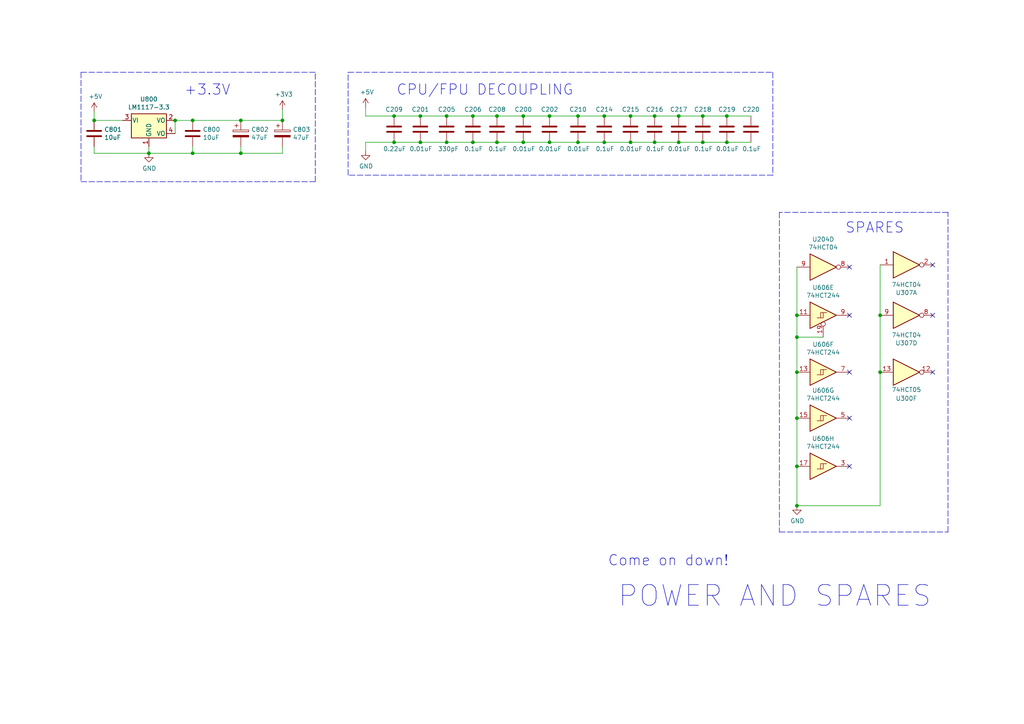
<source format=kicad_sch>
(kicad_sch (version 20211123) (generator eeschema)

  (uuid 2f21cb60-1df5-4469-8858-6fe21b88fa8a)

  (paper "A4")

  (lib_symbols
    (symbol "74xx:74HCT04" (in_bom yes) (on_board yes)
      (property "Reference" "U" (id 0) (at 0 1.27 0)
        (effects (font (size 1.27 1.27)))
      )
      (property "Value" "74HCT04" (id 1) (at 0 -1.27 0)
        (effects (font (size 1.27 1.27)))
      )
      (property "Footprint" "" (id 2) (at 0 0 0)
        (effects (font (size 1.27 1.27)) hide)
      )
      (property "Datasheet" "https://assets.nexperia.com/documents/data-sheet/74HC_HCT04.pdf" (id 3) (at 0 0 0)
        (effects (font (size 1.27 1.27)) hide)
      )
      (property "ki_locked" "" (id 4) (at 0 0 0)
        (effects (font (size 1.27 1.27)))
      )
      (property "ki_keywords" "HCTMOS not inv" (id 5) (at 0 0 0)
        (effects (font (size 1.27 1.27)) hide)
      )
      (property "ki_description" "Hex Inverter" (id 6) (at 0 0 0)
        (effects (font (size 1.27 1.27)) hide)
      )
      (property "ki_fp_filters" "DIP*W7.62mm* SSOP?14* TSSOP?14*" (id 7) (at 0 0 0)
        (effects (font (size 1.27 1.27)) hide)
      )
      (symbol "74HCT04_1_0"
        (polyline
          (pts
            (xy -3.81 3.81)
            (xy -3.81 -3.81)
            (xy 3.81 0)
            (xy -3.81 3.81)
          )
          (stroke (width 0.254) (type default) (color 0 0 0 0))
          (fill (type background))
        )
        (pin input line (at -7.62 0 0) (length 3.81)
          (name "~" (effects (font (size 1.27 1.27))))
          (number "1" (effects (font (size 1.27 1.27))))
        )
        (pin output inverted (at 7.62 0 180) (length 3.81)
          (name "~" (effects (font (size 1.27 1.27))))
          (number "2" (effects (font (size 1.27 1.27))))
        )
      )
      (symbol "74HCT04_2_0"
        (polyline
          (pts
            (xy -3.81 3.81)
            (xy -3.81 -3.81)
            (xy 3.81 0)
            (xy -3.81 3.81)
          )
          (stroke (width 0.254) (type default) (color 0 0 0 0))
          (fill (type background))
        )
        (pin input line (at -7.62 0 0) (length 3.81)
          (name "~" (effects (font (size 1.27 1.27))))
          (number "3" (effects (font (size 1.27 1.27))))
        )
        (pin output inverted (at 7.62 0 180) (length 3.81)
          (name "~" (effects (font (size 1.27 1.27))))
          (number "4" (effects (font (size 1.27 1.27))))
        )
      )
      (symbol "74HCT04_3_0"
        (polyline
          (pts
            (xy -3.81 3.81)
            (xy -3.81 -3.81)
            (xy 3.81 0)
            (xy -3.81 3.81)
          )
          (stroke (width 0.254) (type default) (color 0 0 0 0))
          (fill (type background))
        )
        (pin input line (at -7.62 0 0) (length 3.81)
          (name "~" (effects (font (size 1.27 1.27))))
          (number "5" (effects (font (size 1.27 1.27))))
        )
        (pin output inverted (at 7.62 0 180) (length 3.81)
          (name "~" (effects (font (size 1.27 1.27))))
          (number "6" (effects (font (size 1.27 1.27))))
        )
      )
      (symbol "74HCT04_4_0"
        (polyline
          (pts
            (xy -3.81 3.81)
            (xy -3.81 -3.81)
            (xy 3.81 0)
            (xy -3.81 3.81)
          )
          (stroke (width 0.254) (type default) (color 0 0 0 0))
          (fill (type background))
        )
        (pin output inverted (at 7.62 0 180) (length 3.81)
          (name "~" (effects (font (size 1.27 1.27))))
          (number "8" (effects (font (size 1.27 1.27))))
        )
        (pin input line (at -7.62 0 0) (length 3.81)
          (name "~" (effects (font (size 1.27 1.27))))
          (number "9" (effects (font (size 1.27 1.27))))
        )
      )
      (symbol "74HCT04_5_0"
        (polyline
          (pts
            (xy -3.81 3.81)
            (xy -3.81 -3.81)
            (xy 3.81 0)
            (xy -3.81 3.81)
          )
          (stroke (width 0.254) (type default) (color 0 0 0 0))
          (fill (type background))
        )
        (pin output inverted (at 7.62 0 180) (length 3.81)
          (name "~" (effects (font (size 1.27 1.27))))
          (number "10" (effects (font (size 1.27 1.27))))
        )
        (pin input line (at -7.62 0 0) (length 3.81)
          (name "~" (effects (font (size 1.27 1.27))))
          (number "11" (effects (font (size 1.27 1.27))))
        )
      )
      (symbol "74HCT04_6_0"
        (polyline
          (pts
            (xy -3.81 3.81)
            (xy -3.81 -3.81)
            (xy 3.81 0)
            (xy -3.81 3.81)
          )
          (stroke (width 0.254) (type default) (color 0 0 0 0))
          (fill (type background))
        )
        (pin output inverted (at 7.62 0 180) (length 3.81)
          (name "~" (effects (font (size 1.27 1.27))))
          (number "12" (effects (font (size 1.27 1.27))))
        )
        (pin input line (at -7.62 0 0) (length 3.81)
          (name "~" (effects (font (size 1.27 1.27))))
          (number "13" (effects (font (size 1.27 1.27))))
        )
      )
      (symbol "74HCT04_7_0"
        (pin power_in line (at 0 12.7 270) (length 5.08)
          (name "VCC" (effects (font (size 1.27 1.27))))
          (number "14" (effects (font (size 1.27 1.27))))
        )
        (pin power_in line (at 0 -12.7 90) (length 5.08)
          (name "GND" (effects (font (size 1.27 1.27))))
          (number "7" (effects (font (size 1.27 1.27))))
        )
      )
      (symbol "74HCT04_7_1"
        (rectangle (start -5.08 7.62) (end 5.08 -7.62)
          (stroke (width 0.254) (type default) (color 0 0 0 0))
          (fill (type background))
        )
      )
    )
    (symbol "74xx:74LS04" (in_bom yes) (on_board yes)
      (property "Reference" "U" (id 0) (at 0 1.27 0)
        (effects (font (size 1.27 1.27)))
      )
      (property "Value" "74LS04" (id 1) (at 0 -1.27 0)
        (effects (font (size 1.27 1.27)))
      )
      (property "Footprint" "" (id 2) (at 0 0 0)
        (effects (font (size 1.27 1.27)) hide)
      )
      (property "Datasheet" "http://www.ti.com/lit/gpn/sn74LS04" (id 3) (at 0 0 0)
        (effects (font (size 1.27 1.27)) hide)
      )
      (property "ki_locked" "" (id 4) (at 0 0 0)
        (effects (font (size 1.27 1.27)))
      )
      (property "ki_keywords" "TTL not inv" (id 5) (at 0 0 0)
        (effects (font (size 1.27 1.27)) hide)
      )
      (property "ki_description" "Hex Inverter" (id 6) (at 0 0 0)
        (effects (font (size 1.27 1.27)) hide)
      )
      (property "ki_fp_filters" "DIP*W7.62mm* SSOP?14* TSSOP?14*" (id 7) (at 0 0 0)
        (effects (font (size 1.27 1.27)) hide)
      )
      (symbol "74LS04_1_0"
        (polyline
          (pts
            (xy -3.81 3.81)
            (xy -3.81 -3.81)
            (xy 3.81 0)
            (xy -3.81 3.81)
          )
          (stroke (width 0.254) (type default) (color 0 0 0 0))
          (fill (type background))
        )
        (pin input line (at -7.62 0 0) (length 3.81)
          (name "~" (effects (font (size 1.27 1.27))))
          (number "1" (effects (font (size 1.27 1.27))))
        )
        (pin output inverted (at 7.62 0 180) (length 3.81)
          (name "~" (effects (font (size 1.27 1.27))))
          (number "2" (effects (font (size 1.27 1.27))))
        )
      )
      (symbol "74LS04_2_0"
        (polyline
          (pts
            (xy -3.81 3.81)
            (xy -3.81 -3.81)
            (xy 3.81 0)
            (xy -3.81 3.81)
          )
          (stroke (width 0.254) (type default) (color 0 0 0 0))
          (fill (type background))
        )
        (pin input line (at -7.62 0 0) (length 3.81)
          (name "~" (effects (font (size 1.27 1.27))))
          (number "3" (effects (font (size 1.27 1.27))))
        )
        (pin output inverted (at 7.62 0 180) (length 3.81)
          (name "~" (effects (font (size 1.27 1.27))))
          (number "4" (effects (font (size 1.27 1.27))))
        )
      )
      (symbol "74LS04_3_0"
        (polyline
          (pts
            (xy -3.81 3.81)
            (xy -3.81 -3.81)
            (xy 3.81 0)
            (xy -3.81 3.81)
          )
          (stroke (width 0.254) (type default) (color 0 0 0 0))
          (fill (type background))
        )
        (pin input line (at -7.62 0 0) (length 3.81)
          (name "~" (effects (font (size 1.27 1.27))))
          (number "5" (effects (font (size 1.27 1.27))))
        )
        (pin output inverted (at 7.62 0 180) (length 3.81)
          (name "~" (effects (font (size 1.27 1.27))))
          (number "6" (effects (font (size 1.27 1.27))))
        )
      )
      (symbol "74LS04_4_0"
        (polyline
          (pts
            (xy -3.81 3.81)
            (xy -3.81 -3.81)
            (xy 3.81 0)
            (xy -3.81 3.81)
          )
          (stroke (width 0.254) (type default) (color 0 0 0 0))
          (fill (type background))
        )
        (pin output inverted (at 7.62 0 180) (length 3.81)
          (name "~" (effects (font (size 1.27 1.27))))
          (number "8" (effects (font (size 1.27 1.27))))
        )
        (pin input line (at -7.62 0 0) (length 3.81)
          (name "~" (effects (font (size 1.27 1.27))))
          (number "9" (effects (font (size 1.27 1.27))))
        )
      )
      (symbol "74LS04_5_0"
        (polyline
          (pts
            (xy -3.81 3.81)
            (xy -3.81 -3.81)
            (xy 3.81 0)
            (xy -3.81 3.81)
          )
          (stroke (width 0.254) (type default) (color 0 0 0 0))
          (fill (type background))
        )
        (pin output inverted (at 7.62 0 180) (length 3.81)
          (name "~" (effects (font (size 1.27 1.27))))
          (number "10" (effects (font (size 1.27 1.27))))
        )
        (pin input line (at -7.62 0 0) (length 3.81)
          (name "~" (effects (font (size 1.27 1.27))))
          (number "11" (effects (font (size 1.27 1.27))))
        )
      )
      (symbol "74LS04_6_0"
        (polyline
          (pts
            (xy -3.81 3.81)
            (xy -3.81 -3.81)
            (xy 3.81 0)
            (xy -3.81 3.81)
          )
          (stroke (width 0.254) (type default) (color 0 0 0 0))
          (fill (type background))
        )
        (pin output inverted (at 7.62 0 180) (length 3.81)
          (name "~" (effects (font (size 1.27 1.27))))
          (number "12" (effects (font (size 1.27 1.27))))
        )
        (pin input line (at -7.62 0 0) (length 3.81)
          (name "~" (effects (font (size 1.27 1.27))))
          (number "13" (effects (font (size 1.27 1.27))))
        )
      )
      (symbol "74LS04_7_0"
        (pin power_in line (at 0 12.7 270) (length 5.08)
          (name "VCC" (effects (font (size 1.27 1.27))))
          (number "14" (effects (font (size 1.27 1.27))))
        )
        (pin power_in line (at 0 -12.7 90) (length 5.08)
          (name "GND" (effects (font (size 1.27 1.27))))
          (number "7" (effects (font (size 1.27 1.27))))
        )
      )
      (symbol "74LS04_7_1"
        (rectangle (start -5.08 7.62) (end 5.08 -7.62)
          (stroke (width 0.254) (type default) (color 0 0 0 0))
          (fill (type background))
        )
      )
    )
    (symbol "74xx:74LS05" (pin_names (offset 1.016)) (in_bom yes) (on_board yes)
      (property "Reference" "U" (id 0) (at 0 1.27 0)
        (effects (font (size 1.27 1.27)))
      )
      (property "Value" "74LS05" (id 1) (at 0 -1.27 0)
        (effects (font (size 1.27 1.27)))
      )
      (property "Footprint" "" (id 2) (at 0 0 0)
        (effects (font (size 1.27 1.27)) hide)
      )
      (property "Datasheet" "http://www.ti.com/lit/gpn/sn74LS05" (id 3) (at 0 0 0)
        (effects (font (size 1.27 1.27)) hide)
      )
      (property "ki_locked" "" (id 4) (at 0 0 0)
        (effects (font (size 1.27 1.27)))
      )
      (property "ki_keywords" "TTL not inv OpenCol" (id 5) (at 0 0 0)
        (effects (font (size 1.27 1.27)) hide)
      )
      (property "ki_description" "Inverter Open Collect" (id 6) (at 0 0 0)
        (effects (font (size 1.27 1.27)) hide)
      )
      (property "ki_fp_filters" "DIP*W7.62mm*" (id 7) (at 0 0 0)
        (effects (font (size 1.27 1.27)) hide)
      )
      (symbol "74LS05_1_0"
        (polyline
          (pts
            (xy -3.81 3.81)
            (xy -3.81 -3.81)
            (xy 3.81 0)
            (xy -3.81 3.81)
          )
          (stroke (width 0.254) (type default) (color 0 0 0 0))
          (fill (type background))
        )
        (pin input line (at -7.62 0 0) (length 3.81)
          (name "~" (effects (font (size 1.27 1.27))))
          (number "1" (effects (font (size 1.27 1.27))))
        )
        (pin open_collector inverted (at 7.62 0 180) (length 3.81)
          (name "~" (effects (font (size 1.27 1.27))))
          (number "2" (effects (font (size 1.27 1.27))))
        )
      )
      (symbol "74LS05_2_0"
        (polyline
          (pts
            (xy -3.81 3.81)
            (xy -3.81 -3.81)
            (xy 3.81 0)
            (xy -3.81 3.81)
          )
          (stroke (width 0.254) (type default) (color 0 0 0 0))
          (fill (type background))
        )
        (pin input line (at -7.62 0 0) (length 3.81)
          (name "~" (effects (font (size 1.27 1.27))))
          (number "3" (effects (font (size 1.27 1.27))))
        )
        (pin open_collector inverted (at 7.62 0 180) (length 3.81)
          (name "~" (effects (font (size 1.27 1.27))))
          (number "4" (effects (font (size 1.27 1.27))))
        )
      )
      (symbol "74LS05_3_0"
        (polyline
          (pts
            (xy -3.81 3.81)
            (xy -3.81 -3.81)
            (xy 3.81 0)
            (xy -3.81 3.81)
          )
          (stroke (width 0.254) (type default) (color 0 0 0 0))
          (fill (type background))
        )
        (pin input line (at -7.62 0 0) (length 3.81)
          (name "~" (effects (font (size 1.27 1.27))))
          (number "5" (effects (font (size 1.27 1.27))))
        )
        (pin open_collector inverted (at 7.62 0 180) (length 3.81)
          (name "~" (effects (font (size 1.27 1.27))))
          (number "6" (effects (font (size 1.27 1.27))))
        )
      )
      (symbol "74LS05_4_0"
        (polyline
          (pts
            (xy -3.81 3.81)
            (xy -3.81 -3.81)
            (xy 3.81 0)
            (xy -3.81 3.81)
          )
          (stroke (width 0.254) (type default) (color 0 0 0 0))
          (fill (type background))
        )
        (pin open_collector inverted (at 7.62 0 180) (length 3.81)
          (name "~" (effects (font (size 1.27 1.27))))
          (number "8" (effects (font (size 1.27 1.27))))
        )
        (pin input line (at -7.62 0 0) (length 3.81)
          (name "~" (effects (font (size 1.27 1.27))))
          (number "9" (effects (font (size 1.27 1.27))))
        )
      )
      (symbol "74LS05_5_0"
        (polyline
          (pts
            (xy -3.81 3.81)
            (xy -3.81 -3.81)
            (xy 3.81 0)
            (xy -3.81 3.81)
          )
          (stroke (width 0.254) (type default) (color 0 0 0 0))
          (fill (type background))
        )
        (pin open_collector inverted (at 7.62 0 180) (length 3.81)
          (name "~" (effects (font (size 1.27 1.27))))
          (number "10" (effects (font (size 1.27 1.27))))
        )
        (pin input line (at -7.62 0 0) (length 3.81)
          (name "~" (effects (font (size 1.27 1.27))))
          (number "11" (effects (font (size 1.27 1.27))))
        )
      )
      (symbol "74LS05_6_0"
        (polyline
          (pts
            (xy -3.81 3.81)
            (xy -3.81 -3.81)
            (xy 3.81 0)
            (xy -3.81 3.81)
          )
          (stroke (width 0.254) (type default) (color 0 0 0 0))
          (fill (type background))
        )
        (pin open_collector inverted (at 7.62 0 180) (length 3.81)
          (name "~" (effects (font (size 1.27 1.27))))
          (number "12" (effects (font (size 1.27 1.27))))
        )
        (pin input line (at -7.62 0 0) (length 3.81)
          (name "~" (effects (font (size 1.27 1.27))))
          (number "13" (effects (font (size 1.27 1.27))))
        )
      )
      (symbol "74LS05_7_0"
        (pin power_in line (at 0 12.7 270) (length 5.08)
          (name "VCC" (effects (font (size 1.27 1.27))))
          (number "14" (effects (font (size 1.27 1.27))))
        )
        (pin power_in line (at 0 -12.7 90) (length 5.08)
          (name "GND" (effects (font (size 1.27 1.27))))
          (number "7" (effects (font (size 1.27 1.27))))
        )
      )
      (symbol "74LS05_7_1"
        (rectangle (start -5.08 7.62) (end 5.08 -7.62)
          (stroke (width 0.254) (type default) (color 0 0 0 0))
          (fill (type background))
        )
      )
    )
    (symbol "74xx:74LS244_Split" (in_bom yes) (on_board yes)
      (property "Reference" "U" (id 0) (at 0 1.27 0)
        (effects (font (size 1.27 1.27)))
      )
      (property "Value" "74LS244_Split" (id 1) (at 0 -1.27 0)
        (effects (font (size 1.27 1.27)))
      )
      (property "Footprint" "" (id 2) (at 0 0 0)
        (effects (font (size 1.27 1.27)) hide)
      )
      (property "Datasheet" "http://www.ti.com/lit/ds/symlink/sn74ls241.pdf" (id 3) (at 0 0 0)
        (effects (font (size 1.27 1.27)) hide)
      )
      (property "ki_locked" "" (id 4) (at 0 0 0)
        (effects (font (size 1.27 1.27)))
      )
      (property "ki_keywords" "7400 logic ttl low power schottky" (id 5) (at 0 0 0)
        (effects (font (size 1.27 1.27)) hide)
      )
      (property "ki_description" "Octal Buffer and Line Driver With 3-State Output, active-low enables, non-inverting outputs, split symbol" (id 6) (at 0 0 0)
        (effects (font (size 1.27 1.27)) hide)
      )
      (property "ki_fp_filters" "DIP*W7.62mm* SOIC*7.5x12.8mm*P1.27mm* *SSOP*5.3x7.2mm*P0.65mm*" (id 7) (at 0 0 0)
        (effects (font (size 1.27 1.27)) hide)
      )
      (symbol "74LS244_Split_1_0"
        (polyline
          (pts
            (xy -3.81 3.81)
            (xy -3.81 -3.81)
            (xy 3.81 0)
            (xy -3.81 3.81)
          )
          (stroke (width 0.254) (type default) (color 0 0 0 0))
          (fill (type background))
        )
        (pin input inverted (at 0 -6.35 90) (length 4.445)
          (name "~" (effects (font (size 1.27 1.27))))
          (number "1" (effects (font (size 1.27 1.27))))
        )
        (pin tri_state line (at 7.62 0 180) (length 3.81)
          (name "~" (effects (font (size 1.27 1.27))))
          (number "18" (effects (font (size 1.27 1.27))))
        )
        (pin input line (at -7.62 0 0) (length 3.81)
          (name "~" (effects (font (size 1.27 1.27))))
          (number "2" (effects (font (size 1.27 1.27))))
        )
      )
      (symbol "74LS244_Split_1_1"
        (polyline
          (pts
            (xy 0 0.762)
            (xy 0 -0.762)
            (xy -1.778 -0.762)
          )
          (stroke (width 0) (type default) (color 0 0 0 0))
          (fill (type none))
        )
        (polyline
          (pts
            (xy 1.016 0.762)
            (xy -0.762 0.762)
            (xy -0.762 -0.762)
          )
          (stroke (width 0) (type default) (color 0 0 0 0))
          (fill (type none))
        )
      )
      (symbol "74LS244_Split_2_0"
        (polyline
          (pts
            (xy -3.81 3.81)
            (xy -3.81 -3.81)
            (xy 3.81 0)
            (xy -3.81 3.81)
          )
          (stroke (width 0.254) (type default) (color 0 0 0 0))
          (fill (type background))
        )
        (pin tri_state line (at 7.62 0 180) (length 3.81)
          (name "~" (effects (font (size 1.27 1.27))))
          (number "16" (effects (font (size 1.27 1.27))))
        )
        (pin input line (at -7.62 0 0) (length 3.81)
          (name "~" (effects (font (size 1.27 1.27))))
          (number "4" (effects (font (size 1.27 1.27))))
        )
      )
      (symbol "74LS244_Split_2_1"
        (polyline
          (pts
            (xy 0 0.762)
            (xy 0 -0.762)
            (xy -1.778 -0.762)
          )
          (stroke (width 0) (type default) (color 0 0 0 0))
          (fill (type none))
        )
        (polyline
          (pts
            (xy 1.016 0.762)
            (xy -0.762 0.762)
            (xy -0.762 -0.762)
          )
          (stroke (width 0) (type default) (color 0 0 0 0))
          (fill (type none))
        )
      )
      (symbol "74LS244_Split_3_0"
        (polyline
          (pts
            (xy -3.81 3.81)
            (xy -3.81 -3.81)
            (xy 3.81 0)
            (xy -3.81 3.81)
          )
          (stroke (width 0.254) (type default) (color 0 0 0 0))
          (fill (type background))
        )
        (pin tri_state line (at 7.62 0 180) (length 3.81)
          (name "~" (effects (font (size 1.27 1.27))))
          (number "14" (effects (font (size 1.27 1.27))))
        )
        (pin input line (at -7.62 0 0) (length 3.81)
          (name "~" (effects (font (size 1.27 1.27))))
          (number "6" (effects (font (size 1.27 1.27))))
        )
      )
      (symbol "74LS244_Split_3_1"
        (polyline
          (pts
            (xy 0 0.762)
            (xy 0 -0.762)
            (xy -1.778 -0.762)
          )
          (stroke (width 0) (type default) (color 0 0 0 0))
          (fill (type none))
        )
        (polyline
          (pts
            (xy 1.016 0.762)
            (xy -0.762 0.762)
            (xy -0.762 -0.762)
          )
          (stroke (width 0) (type default) (color 0 0 0 0))
          (fill (type none))
        )
      )
      (symbol "74LS244_Split_4_0"
        (polyline
          (pts
            (xy -3.81 3.81)
            (xy -3.81 -3.81)
            (xy 3.81 0)
            (xy -3.81 3.81)
          )
          (stroke (width 0.254) (type default) (color 0 0 0 0))
          (fill (type background))
        )
        (pin tri_state line (at 7.62 0 180) (length 3.81)
          (name "~" (effects (font (size 1.27 1.27))))
          (number "12" (effects (font (size 1.27 1.27))))
        )
        (pin input line (at -7.62 0 0) (length 3.81)
          (name "~" (effects (font (size 1.27 1.27))))
          (number "8" (effects (font (size 1.27 1.27))))
        )
      )
      (symbol "74LS244_Split_4_1"
        (polyline
          (pts
            (xy 0 0.762)
            (xy 0 -0.762)
            (xy -1.778 -0.762)
          )
          (stroke (width 0) (type default) (color 0 0 0 0))
          (fill (type none))
        )
        (polyline
          (pts
            (xy 1.016 0.762)
            (xy -0.762 0.762)
            (xy -0.762 -0.762)
          )
          (stroke (width 0) (type default) (color 0 0 0 0))
          (fill (type none))
        )
      )
      (symbol "74LS244_Split_5_0"
        (polyline
          (pts
            (xy -3.81 3.81)
            (xy -3.81 -3.81)
            (xy 3.81 0)
            (xy -3.81 3.81)
          )
          (stroke (width 0.254) (type default) (color 0 0 0 0))
          (fill (type background))
        )
        (pin input line (at -7.62 0 0) (length 3.81)
          (name "~" (effects (font (size 1.27 1.27))))
          (number "11" (effects (font (size 1.27 1.27))))
        )
        (pin input inverted (at 0 -6.35 90) (length 4.445)
          (name "~" (effects (font (size 1.27 1.27))))
          (number "19" (effects (font (size 1.27 1.27))))
        )
        (pin tri_state line (at 7.62 0 180) (length 3.81)
          (name "~" (effects (font (size 1.27 1.27))))
          (number "9" (effects (font (size 1.27 1.27))))
        )
      )
      (symbol "74LS244_Split_5_1"
        (polyline
          (pts
            (xy 0 0.762)
            (xy 0 -0.762)
            (xy -1.778 -0.762)
          )
          (stroke (width 0) (type default) (color 0 0 0 0))
          (fill (type none))
        )
        (polyline
          (pts
            (xy 1.016 0.762)
            (xy -0.762 0.762)
            (xy -0.762 -0.762)
          )
          (stroke (width 0) (type default) (color 0 0 0 0))
          (fill (type none))
        )
      )
      (symbol "74LS244_Split_6_0"
        (polyline
          (pts
            (xy -3.81 3.81)
            (xy -3.81 -3.81)
            (xy 3.81 0)
            (xy -3.81 3.81)
          )
          (stroke (width 0.254) (type default) (color 0 0 0 0))
          (fill (type background))
        )
        (pin input line (at -7.62 0 0) (length 3.81)
          (name "~" (effects (font (size 1.27 1.27))))
          (number "13" (effects (font (size 1.27 1.27))))
        )
        (pin tri_state line (at 7.62 0 180) (length 3.81)
          (name "~" (effects (font (size 1.27 1.27))))
          (number "7" (effects (font (size 1.27 1.27))))
        )
      )
      (symbol "74LS244_Split_6_1"
        (polyline
          (pts
            (xy 0 0.762)
            (xy 0 -0.762)
            (xy -1.778 -0.762)
          )
          (stroke (width 0) (type default) (color 0 0 0 0))
          (fill (type none))
        )
        (polyline
          (pts
            (xy 1.016 0.762)
            (xy -0.762 0.762)
            (xy -0.762 -0.762)
          )
          (stroke (width 0) (type default) (color 0 0 0 0))
          (fill (type none))
        )
      )
      (symbol "74LS244_Split_7_0"
        (polyline
          (pts
            (xy -3.81 3.81)
            (xy -3.81 -3.81)
            (xy 3.81 0)
            (xy -3.81 3.81)
          )
          (stroke (width 0.254) (type default) (color 0 0 0 0))
          (fill (type background))
        )
        (pin input line (at -7.62 0 0) (length 3.81)
          (name "~" (effects (font (size 1.27 1.27))))
          (number "15" (effects (font (size 1.27 1.27))))
        )
        (pin tri_state line (at 7.62 0 180) (length 3.81)
          (name "~" (effects (font (size 1.27 1.27))))
          (number "5" (effects (font (size 1.27 1.27))))
        )
      )
      (symbol "74LS244_Split_7_1"
        (polyline
          (pts
            (xy 0 0.762)
            (xy 0 -0.762)
            (xy -1.778 -0.762)
          )
          (stroke (width 0) (type default) (color 0 0 0 0))
          (fill (type none))
        )
        (polyline
          (pts
            (xy 1.016 0.762)
            (xy -0.762 0.762)
            (xy -0.762 -0.762)
          )
          (stroke (width 0) (type default) (color 0 0 0 0))
          (fill (type none))
        )
      )
      (symbol "74LS244_Split_8_0"
        (polyline
          (pts
            (xy -3.81 3.81)
            (xy -3.81 -3.81)
            (xy 3.81 0)
            (xy -3.81 3.81)
          )
          (stroke (width 0.254) (type default) (color 0 0 0 0))
          (fill (type background))
        )
        (pin input line (at -7.62 0 0) (length 3.81)
          (name "~" (effects (font (size 1.27 1.27))))
          (number "17" (effects (font (size 1.27 1.27))))
        )
        (pin tri_state line (at 7.62 0 180) (length 3.81)
          (name "~" (effects (font (size 1.27 1.27))))
          (number "3" (effects (font (size 1.27 1.27))))
        )
      )
      (symbol "74LS244_Split_8_1"
        (polyline
          (pts
            (xy 0 0.762)
            (xy 0 -0.762)
            (xy -1.778 -0.762)
          )
          (stroke (width 0) (type default) (color 0 0 0 0))
          (fill (type none))
        )
        (polyline
          (pts
            (xy 1.016 0.762)
            (xy -0.762 0.762)
            (xy -0.762 -0.762)
          )
          (stroke (width 0) (type default) (color 0 0 0 0))
          (fill (type none))
        )
      )
      (symbol "74LS244_Split_9_0"
        (pin power_in line (at 0 -12.7 90) (length 5.08)
          (name "GND" (effects (font (size 1.27 1.27))))
          (number "10" (effects (font (size 1.27 1.27))))
        )
        (pin power_in line (at 0 12.7 270) (length 5.08)
          (name "VCC" (effects (font (size 1.27 1.27))))
          (number "20" (effects (font (size 1.27 1.27))))
        )
      )
      (symbol "74LS244_Split_9_1"
        (rectangle (start -5.08 7.62) (end 5.08 -7.62)
          (stroke (width 0.254) (type default) (color 0 0 0 0))
          (fill (type background))
        )
      )
    )
    (symbol "Device:C" (pin_numbers hide) (pin_names (offset 0.254)) (in_bom yes) (on_board yes)
      (property "Reference" "C" (id 0) (at 0.635 2.54 0)
        (effects (font (size 1.27 1.27)) (justify left))
      )
      (property "Value" "C" (id 1) (at 0.635 -2.54 0)
        (effects (font (size 1.27 1.27)) (justify left))
      )
      (property "Footprint" "" (id 2) (at 0.9652 -3.81 0)
        (effects (font (size 1.27 1.27)) hide)
      )
      (property "Datasheet" "~" (id 3) (at 0 0 0)
        (effects (font (size 1.27 1.27)) hide)
      )
      (property "ki_keywords" "cap capacitor" (id 4) (at 0 0 0)
        (effects (font (size 1.27 1.27)) hide)
      )
      (property "ki_description" "Unpolarized capacitor" (id 5) (at 0 0 0)
        (effects (font (size 1.27 1.27)) hide)
      )
      (property "ki_fp_filters" "C_*" (id 6) (at 0 0 0)
        (effects (font (size 1.27 1.27)) hide)
      )
      (symbol "C_0_1"
        (polyline
          (pts
            (xy -2.032 -0.762)
            (xy 2.032 -0.762)
          )
          (stroke (width 0.508) (type default) (color 0 0 0 0))
          (fill (type none))
        )
        (polyline
          (pts
            (xy -2.032 0.762)
            (xy 2.032 0.762)
          )
          (stroke (width 0.508) (type default) (color 0 0 0 0))
          (fill (type none))
        )
      )
      (symbol "C_1_1"
        (pin passive line (at 0 3.81 270) (length 2.794)
          (name "~" (effects (font (size 1.27 1.27))))
          (number "1" (effects (font (size 1.27 1.27))))
        )
        (pin passive line (at 0 -3.81 90) (length 2.794)
          (name "~" (effects (font (size 1.27 1.27))))
          (number "2" (effects (font (size 1.27 1.27))))
        )
      )
    )
    (symbol "Device:CP" (pin_numbers hide) (pin_names (offset 0.254)) (in_bom yes) (on_board yes)
      (property "Reference" "C" (id 0) (at 0.635 2.54 0)
        (effects (font (size 1.27 1.27)) (justify left))
      )
      (property "Value" "Device_CP" (id 1) (at 0.635 -2.54 0)
        (effects (font (size 1.27 1.27)) (justify left))
      )
      (property "Footprint" "" (id 2) (at 0.9652 -3.81 0)
        (effects (font (size 1.27 1.27)) hide)
      )
      (property "Datasheet" "" (id 3) (at 0 0 0)
        (effects (font (size 1.27 1.27)) hide)
      )
      (property "ki_fp_filters" "CP_*" (id 4) (at 0 0 0)
        (effects (font (size 1.27 1.27)) hide)
      )
      (symbol "CP_0_1"
        (rectangle (start -2.286 0.508) (end 2.286 1.016)
          (stroke (width 0) (type default) (color 0 0 0 0))
          (fill (type none))
        )
        (polyline
          (pts
            (xy -1.778 2.286)
            (xy -0.762 2.286)
          )
          (stroke (width 0) (type default) (color 0 0 0 0))
          (fill (type none))
        )
        (polyline
          (pts
            (xy -1.27 2.794)
            (xy -1.27 1.778)
          )
          (stroke (width 0) (type default) (color 0 0 0 0))
          (fill (type none))
        )
        (rectangle (start 2.286 -0.508) (end -2.286 -1.016)
          (stroke (width 0) (type default) (color 0 0 0 0))
          (fill (type outline))
        )
      )
      (symbol "CP_1_1"
        (pin passive line (at 0 3.81 270) (length 2.794)
          (name "~" (effects (font (size 1.27 1.27))))
          (number "1" (effects (font (size 1.27 1.27))))
        )
        (pin passive line (at 0 -3.81 90) (length 2.794)
          (name "~" (effects (font (size 1.27 1.27))))
          (number "2" (effects (font (size 1.27 1.27))))
        )
      )
    )
    (symbol "N2630:LM1117-3.3" (pin_names (offset 0.254)) (in_bom yes) (on_board yes)
      (property "Reference" "U" (id 0) (at -3.81 3.175 0)
        (effects (font (size 1.27 1.27)))
      )
      (property "Value" "LM1117-3.3" (id 1) (at 0 3.175 0)
        (effects (font (size 1.27 1.27)) (justify left))
      )
      (property "Footprint" "" (id 2) (at 0 0 0)
        (effects (font (size 1.27 1.27)) hide)
      )
      (property "Datasheet" "http://www.ti.com/lit/ds/symlink/lm1117.pdf" (id 3) (at 0 0 0)
        (effects (font (size 1.27 1.27)) hide)
      )
      (property "ki_keywords" "linear regulator ldo fixed positive" (id 4) (at 0 0 0)
        (effects (font (size 1.27 1.27)) hide)
      )
      (property "ki_description" "800mA Low-Dropout Linear Regulator, 3.3V fixed output, TO-220/TO-252/TO-263/SOT-223" (id 5) (at 0 0 0)
        (effects (font (size 1.27 1.27)) hide)
      )
      (property "ki_fp_filters" "SOT?223* TO?263* TO?252* TO?220*" (id 6) (at 0 0 0)
        (effects (font (size 1.27 1.27)) hide)
      )
      (symbol "LM1117-3.3_0_0"
        (pin power_out line (at 7.62 -3.81 180) (length 2.54)
          (name "VO" (effects (font (size 1.27 1.27))))
          (number "4" (effects (font (size 1.27 1.27))))
        )
      )
      (symbol "LM1117-3.3_0_1"
        (rectangle (start -5.08 -5.08) (end 5.08 1.905)
          (stroke (width 0.254) (type default) (color 0 0 0 0))
          (fill (type background))
        )
      )
      (symbol "LM1117-3.3_1_1"
        (pin power_in line (at 0 -7.62 90) (length 2.54)
          (name "GND" (effects (font (size 1.27 1.27))))
          (number "1" (effects (font (size 1.27 1.27))))
        )
        (pin power_out line (at 7.62 0 180) (length 2.54)
          (name "VO" (effects (font (size 1.27 1.27))))
          (number "2" (effects (font (size 1.27 1.27))))
        )
        (pin power_in line (at -7.62 0 0) (length 2.54)
          (name "VI" (effects (font (size 1.27 1.27))))
          (number "3" (effects (font (size 1.27 1.27))))
        )
      )
    )
    (symbol "power:+3.3V" (power) (pin_names (offset 0)) (in_bom yes) (on_board yes)
      (property "Reference" "#PWR" (id 0) (at 0 -3.81 0)
        (effects (font (size 1.27 1.27)) hide)
      )
      (property "Value" "+3.3V" (id 1) (at 0 3.556 0)
        (effects (font (size 1.27 1.27)))
      )
      (property "Footprint" "" (id 2) (at 0 0 0)
        (effects (font (size 1.27 1.27)) hide)
      )
      (property "Datasheet" "" (id 3) (at 0 0 0)
        (effects (font (size 1.27 1.27)) hide)
      )
      (property "ki_keywords" "power-flag" (id 4) (at 0 0 0)
        (effects (font (size 1.27 1.27)) hide)
      )
      (property "ki_description" "Power symbol creates a global label with name \"+3.3V\"" (id 5) (at 0 0 0)
        (effects (font (size 1.27 1.27)) hide)
      )
      (symbol "+3.3V_0_1"
        (polyline
          (pts
            (xy -0.762 1.27)
            (xy 0 2.54)
          )
          (stroke (width 0) (type default) (color 0 0 0 0))
          (fill (type none))
        )
        (polyline
          (pts
            (xy 0 0)
            (xy 0 2.54)
          )
          (stroke (width 0) (type default) (color 0 0 0 0))
          (fill (type none))
        )
        (polyline
          (pts
            (xy 0 2.54)
            (xy 0.762 1.27)
          )
          (stroke (width 0) (type default) (color 0 0 0 0))
          (fill (type none))
        )
      )
      (symbol "+3.3V_1_1"
        (pin power_in line (at 0 0 90) (length 0) hide
          (name "+3V3" (effects (font (size 1.27 1.27))))
          (number "1" (effects (font (size 1.27 1.27))))
        )
      )
    )
    (symbol "power:+5V" (power) (pin_names (offset 0)) (in_bom yes) (on_board yes)
      (property "Reference" "#PWR" (id 0) (at 0 -3.81 0)
        (effects (font (size 1.27 1.27)) hide)
      )
      (property "Value" "+5V" (id 1) (at 0 3.556 0)
        (effects (font (size 1.27 1.27)))
      )
      (property "Footprint" "" (id 2) (at 0 0 0)
        (effects (font (size 1.27 1.27)) hide)
      )
      (property "Datasheet" "" (id 3) (at 0 0 0)
        (effects (font (size 1.27 1.27)) hide)
      )
      (property "ki_keywords" "power-flag" (id 4) (at 0 0 0)
        (effects (font (size 1.27 1.27)) hide)
      )
      (property "ki_description" "Power symbol creates a global label with name \"+5V\"" (id 5) (at 0 0 0)
        (effects (font (size 1.27 1.27)) hide)
      )
      (symbol "+5V_0_1"
        (polyline
          (pts
            (xy -0.762 1.27)
            (xy 0 2.54)
          )
          (stroke (width 0) (type default) (color 0 0 0 0))
          (fill (type none))
        )
        (polyline
          (pts
            (xy 0 0)
            (xy 0 2.54)
          )
          (stroke (width 0) (type default) (color 0 0 0 0))
          (fill (type none))
        )
        (polyline
          (pts
            (xy 0 2.54)
            (xy 0.762 1.27)
          )
          (stroke (width 0) (type default) (color 0 0 0 0))
          (fill (type none))
        )
      )
      (symbol "+5V_1_1"
        (pin power_in line (at 0 0 90) (length 0) hide
          (name "+5V" (effects (font (size 1.27 1.27))))
          (number "1" (effects (font (size 1.27 1.27))))
        )
      )
    )
    (symbol "power:GND" (power) (pin_names (offset 0)) (in_bom yes) (on_board yes)
      (property "Reference" "#PWR" (id 0) (at 0 -6.35 0)
        (effects (font (size 1.27 1.27)) hide)
      )
      (property "Value" "GND" (id 1) (at 0 -3.81 0)
        (effects (font (size 1.27 1.27)))
      )
      (property "Footprint" "" (id 2) (at 0 0 0)
        (effects (font (size 1.27 1.27)) hide)
      )
      (property "Datasheet" "" (id 3) (at 0 0 0)
        (effects (font (size 1.27 1.27)) hide)
      )
      (property "ki_keywords" "power-flag" (id 4) (at 0 0 0)
        (effects (font (size 1.27 1.27)) hide)
      )
      (property "ki_description" "Power symbol creates a global label with name \"GND\" , ground" (id 5) (at 0 0 0)
        (effects (font (size 1.27 1.27)) hide)
      )
      (symbol "GND_0_1"
        (polyline
          (pts
            (xy 0 0)
            (xy 0 -1.27)
            (xy 1.27 -1.27)
            (xy 0 -2.54)
            (xy -1.27 -1.27)
            (xy 0 -1.27)
          )
          (stroke (width 0) (type default) (color 0 0 0 0))
          (fill (type none))
        )
      )
      (symbol "GND_1_1"
        (pin power_in line (at 0 0 270) (length 0) hide
          (name "GND" (effects (font (size 1.27 1.27))))
          (number "1" (effects (font (size 1.27 1.27))))
        )
      )
    )
  )

  (junction (at 231.14 135.255) (diameter 0) (color 0 0 0 0)
    (uuid 03f16627-7ce3-4e9a-9706-778678e98c1c)
  )
  (junction (at 167.64 41.275) (diameter 0) (color 0 0 0 0)
    (uuid 0fa241a2-e684-4224-bccf-feed816795b0)
  )
  (junction (at 69.85 44.45) (diameter 0) (color 0 0 0 0)
    (uuid 1087999d-983e-42bf-b325-b81c766947cc)
  )
  (junction (at 231.14 121.285) (diameter 0) (color 0 0 0 0)
    (uuid 181135d6-242b-4baf-94b0-054802ef6df0)
  )
  (junction (at 50.8 34.925) (diameter 0) (color 0 0 0 0)
    (uuid 1cdb9155-c146-40d9-bead-b709bf7a6467)
  )
  (junction (at 255.27 107.95) (diameter 0) (color 0 0 0 0)
    (uuid 1eea39a5-2762-4e3a-8c74-b0e5bc37cc89)
  )
  (junction (at 231.14 97.79) (diameter 0) (color 0 0 0 0)
    (uuid 2143a25a-25e8-4e2e-9312-ce2f7400ce5a)
  )
  (junction (at 137.16 41.275) (diameter 0) (color 0 0 0 0)
    (uuid 2415f537-fa6d-4c04-bd97-00b9f7ab939d)
  )
  (junction (at 203.835 33.655) (diameter 0) (color 0 0 0 0)
    (uuid 3097fea7-46a7-47a9-9cae-e148c8b5c995)
  )
  (junction (at 159.385 33.655) (diameter 0) (color 0 0 0 0)
    (uuid 4e9a87a3-418a-43a4-a902-c2e3103424a6)
  )
  (junction (at 81.915 34.925) (diameter 0) (color 0 0 0 0)
    (uuid 5cff2459-d275-4803-8fa2-8289cb689a75)
  )
  (junction (at 43.18 44.45) (diameter 0) (color 0 0 0 0)
    (uuid 5d580eb5-0e83-488b-a0fd-a803c630f551)
  )
  (junction (at 175.26 41.275) (diameter 0) (color 0 0 0 0)
    (uuid 5e40bd00-596e-4595-8afb-832031e7cd39)
  )
  (junction (at 231.14 91.44) (diameter 0) (color 0 0 0 0)
    (uuid 60e6d176-aade-439f-80d8-764c13ba9024)
  )
  (junction (at 129.54 41.275) (diameter 0) (color 0 0 0 0)
    (uuid 6109efee-34d5-4820-b2f1-2e5974922f54)
  )
  (junction (at 69.85 34.925) (diameter 0) (color 0 0 0 0)
    (uuid 620fd31f-1d7e-453a-874c-5731a4bbc505)
  )
  (junction (at 137.16 33.655) (diameter 0) (color 0 0 0 0)
    (uuid 665ff082-de8d-4434-bdea-5354e7d0b15e)
  )
  (junction (at 231.14 107.95) (diameter 0) (color 0 0 0 0)
    (uuid 6bd7efd5-74f5-4b09-8bb7-5762073a2f78)
  )
  (junction (at 151.765 41.275) (diameter 0) (color 0 0 0 0)
    (uuid 6d259b3b-196b-4e6b-acdf-fc3e09319776)
  )
  (junction (at 210.82 33.655) (diameter 0) (color 0 0 0 0)
    (uuid 6e4bbe2c-1e2d-4539-b6d8-5d5edc57b4de)
  )
  (junction (at 189.865 41.275) (diameter 0) (color 0 0 0 0)
    (uuid 6fe48f1e-4227-4f41-a8f4-0e7ec51a11e0)
  )
  (junction (at 144.145 33.655) (diameter 0) (color 0 0 0 0)
    (uuid 73cb09ad-e380-49f3-bc9d-038b1104bc93)
  )
  (junction (at 121.92 41.275) (diameter 0) (color 0 0 0 0)
    (uuid 7af1455e-5ab2-4286-8c74-1c6dee563208)
  )
  (junction (at 159.385 41.275) (diameter 0) (color 0 0 0 0)
    (uuid 836c1b72-6495-4f81-a125-58f0f7d787c2)
  )
  (junction (at 196.85 33.655) (diameter 0) (color 0 0 0 0)
    (uuid 84f23cc9-9d15-4bf2-9356-88729f7800a5)
  )
  (junction (at 231.14 146.685) (diameter 0) (color 0 0 0 0)
    (uuid 98ff4f6d-a60b-43b0-818a-c3cd573da89f)
  )
  (junction (at 182.88 41.275) (diameter 0) (color 0 0 0 0)
    (uuid 9b5bbbea-ca45-4da3-962b-10accf46ad7c)
  )
  (junction (at 114.3 41.275) (diameter 0) (color 0 0 0 0)
    (uuid a899f147-0456-4c4c-a26b-178ed678750a)
  )
  (junction (at 55.88 34.925) (diameter 0) (color 0 0 0 0)
    (uuid adcccd0e-f5ea-4c83-bd8f-8b220d307709)
  )
  (junction (at 129.54 33.655) (diameter 0) (color 0 0 0 0)
    (uuid b10dfd5a-5d78-45f7-bb38-39704568a3b6)
  )
  (junction (at 151.765 33.655) (diameter 0) (color 0 0 0 0)
    (uuid bad86c5b-550c-459d-ae24-5ea963bd342c)
  )
  (junction (at 27.305 34.925) (diameter 0) (color 0 0 0 0)
    (uuid d4512ec7-3389-4b56-9e8b-bdbd8a828957)
  )
  (junction (at 167.64 33.655) (diameter 0) (color 0 0 0 0)
    (uuid d51ba27b-8ed7-4eca-b0be-3ba1363dff58)
  )
  (junction (at 144.145 41.275) (diameter 0) (color 0 0 0 0)
    (uuid d6707dd1-1c60-4d7e-8bf8-d81571e173bf)
  )
  (junction (at 175.26 33.655) (diameter 0) (color 0 0 0 0)
    (uuid dc121f4e-0673-4834-a909-ead2af2c069f)
  )
  (junction (at 182.88 33.655) (diameter 0) (color 0 0 0 0)
    (uuid dca493a0-6eda-488f-a002-b8342b37cfb9)
  )
  (junction (at 55.88 44.45) (diameter 0) (color 0 0 0 0)
    (uuid dd1edec3-c7ba-4ffa-8ee5-8e55b6e96e86)
  )
  (junction (at 255.27 91.44) (diameter 0) (color 0 0 0 0)
    (uuid e7e186e0-cb0c-4704-816f-05a9b3696b56)
  )
  (junction (at 189.865 33.655) (diameter 0) (color 0 0 0 0)
    (uuid f263cfd5-7b24-4140-97ba-078a691115b5)
  )
  (junction (at 196.85 41.275) (diameter 0) (color 0 0 0 0)
    (uuid f3300c0f-bc1d-4506-88a5-7b5425daafbe)
  )
  (junction (at 121.92 33.655) (diameter 0) (color 0 0 0 0)
    (uuid f50237bb-f9c4-46da-b66f-024d10bb7b7e)
  )
  (junction (at 114.3 33.655) (diameter 0) (color 0 0 0 0)
    (uuid f8dfbcec-1704-46b0-8ba3-862aa1011c94)
  )
  (junction (at 203.835 41.275) (diameter 0) (color 0 0 0 0)
    (uuid feea9af2-e998-45d6-8a1e-4e08486a5acb)
  )
  (junction (at 210.82 41.275) (diameter 0) (color 0 0 0 0)
    (uuid ff3e9ca9-6dc0-4496-aebe-20f4a6d61445)
  )

  (no_connect (at 270.51 76.835) (uuid 0daddb18-1491-4767-9ffd-66c8a8ce3cbd))
  (no_connect (at 270.51 107.95) (uuid 465b9a35-7fb3-44cf-baad-d436034be791))
  (no_connect (at 246.38 121.285) (uuid 5e5cd445-0654-433f-a688-b9a23b9e5558))
  (no_connect (at 246.38 107.95) (uuid 77a09c2e-107d-4a82-95c7-b222303ba715))
  (no_connect (at 246.38 91.44) (uuid b1ef00bc-27fd-4f4a-a155-1b738e608b48))
  (no_connect (at 246.38 135.255) (uuid c15462ce-d862-47c0-8d02-faaa43912ad5))
  (no_connect (at 270.51 91.44) (uuid cb23e2e7-de0c-4a6a-9419-1c472c13f509))
  (no_connect (at 246.38 77.47) (uuid d9c9046c-34c5-4cac-9cb3-760e2219db2a))

  (wire (pts (xy 255.27 76.835) (xy 255.27 91.44))
    (stroke (width 0) (type default) (color 0 0 0 0))
    (uuid 05b39569-aaa4-4273-9b2f-9e1c6ca4bf60)
  )
  (wire (pts (xy 231.14 135.255) (xy 231.14 121.285))
    (stroke (width 0) (type default) (color 0 0 0 0))
    (uuid 07678248-0774-49ca-a377-01b7e220adb6)
  )
  (wire (pts (xy 255.27 146.685) (xy 231.14 146.685))
    (stroke (width 0) (type default) (color 0 0 0 0))
    (uuid 07e7e87d-9255-44b7-964c-2876bb9fc44d)
  )
  (polyline (pts (xy 226.06 61.595) (xy 226.06 154.305))
    (stroke (width 0) (type default) (color 0 0 0 0))
    (uuid 0da7e2aa-d9f3-4593-ac1b-d89c546ab178)
  )

  (wire (pts (xy 255.27 107.95) (xy 255.27 146.685))
    (stroke (width 0) (type default) (color 0 0 0 0))
    (uuid 0ecfe0e1-844f-49ac-b5dc-cd55b19a7c78)
  )
  (polyline (pts (xy 274.955 61.595) (xy 226.06 61.595))
    (stroke (width 0) (type default) (color 0 0 0 0))
    (uuid 180f785b-776f-4bd7-9484-793776580425)
  )

  (wire (pts (xy 255.27 91.44) (xy 255.27 107.95))
    (stroke (width 0) (type default) (color 0 0 0 0))
    (uuid 24b42847-745f-4b13-9d2d-3ca8b56bc9de)
  )
  (wire (pts (xy 182.88 33.655) (xy 175.26 33.655))
    (stroke (width 0) (type default) (color 0 0 0 0))
    (uuid 2c6fedfa-d124-4a32-aaf9-1170178a9e41)
  )
  (wire (pts (xy 182.88 41.275) (xy 189.865 41.275))
    (stroke (width 0) (type default) (color 0 0 0 0))
    (uuid 2d54211d-88b2-466c-9078-d1f5c442f872)
  )
  (wire (pts (xy 137.16 41.275) (xy 144.145 41.275))
    (stroke (width 0) (type default) (color 0 0 0 0))
    (uuid 32a2f93b-16df-4770-bc80-527fdb2ae15f)
  )
  (wire (pts (xy 43.18 44.45) (xy 55.88 44.45))
    (stroke (width 0) (type default) (color 0 0 0 0))
    (uuid 331e4b06-587c-447e-bea7-ab3ccd3f7d67)
  )
  (wire (pts (xy 121.92 33.655) (xy 114.3 33.655))
    (stroke (width 0) (type default) (color 0 0 0 0))
    (uuid 35fc5917-85ed-430a-af29-e1aaa9fddb54)
  )
  (wire (pts (xy 196.85 41.275) (xy 203.835 41.275))
    (stroke (width 0) (type default) (color 0 0 0 0))
    (uuid 379db743-d2de-4c85-9575-f43ed26c5e74)
  )
  (wire (pts (xy 55.88 44.45) (xy 69.85 44.45))
    (stroke (width 0) (type default) (color 0 0 0 0))
    (uuid 37a423bc-f22b-4f78-8391-c64cc41bfdd6)
  )
  (wire (pts (xy 55.88 44.45) (xy 55.88 42.545))
    (stroke (width 0) (type default) (color 0 0 0 0))
    (uuid 3a07246e-3a61-43dd-8b09-0bdf03c3e6f3)
  )
  (wire (pts (xy 50.8 34.925) (xy 55.88 34.925))
    (stroke (width 0) (type default) (color 0 0 0 0))
    (uuid 3e63fcaa-261d-4d3c-a5b9-9e80616e71a6)
  )
  (polyline (pts (xy 23.495 52.705) (xy 91.44 52.705))
    (stroke (width 0) (type default) (color 0 0 0 0))
    (uuid 4055fe96-6cd0-4098-a3eb-28bdaf898065)
  )

  (wire (pts (xy 175.26 41.275) (xy 182.88 41.275))
    (stroke (width 0) (type default) (color 0 0 0 0))
    (uuid 4660c6bf-e69d-4a4d-bdfe-d125b039e05b)
  )
  (wire (pts (xy 151.765 41.275) (xy 144.145 41.275))
    (stroke (width 0) (type default) (color 0 0 0 0))
    (uuid 4f5c185a-e11b-4d82-a8bc-b9689c9c633b)
  )
  (polyline (pts (xy 91.44 20.955) (xy 23.495 20.955))
    (stroke (width 0) (type default) (color 0 0 0 0))
    (uuid 57a35f7e-1eec-4bce-82d8-651d3f20ac22)
  )
  (polyline (pts (xy 274.955 154.305) (xy 274.955 61.595))
    (stroke (width 0) (type default) (color 0 0 0 0))
    (uuid 5985ca3b-83e7-485c-a804-db4e4c6c7fcd)
  )

  (wire (pts (xy 69.85 44.45) (xy 81.915 44.45))
    (stroke (width 0) (type default) (color 0 0 0 0))
    (uuid 5a43f40c-f75b-4db3-8642-220e4b806437)
  )
  (wire (pts (xy 151.765 33.655) (xy 144.145 33.655))
    (stroke (width 0) (type default) (color 0 0 0 0))
    (uuid 5b77bfad-fdd5-4e7d-86ed-ad21fd1ee4e0)
  )
  (wire (pts (xy 81.915 34.925) (xy 81.915 31.75))
    (stroke (width 0) (type default) (color 0 0 0 0))
    (uuid 659d7e05-6d30-4048-9451-144bfa6ef129)
  )
  (wire (pts (xy 210.82 41.275) (xy 217.805 41.275))
    (stroke (width 0) (type default) (color 0 0 0 0))
    (uuid 67cd1818-ab6d-4ba5-a3d8-70afbf35fabc)
  )
  (wire (pts (xy 231.14 91.44) (xy 231.14 77.47))
    (stroke (width 0) (type default) (color 0 0 0 0))
    (uuid 7056f785-c3a5-4410-b6bb-e5d4b16e698a)
  )
  (wire (pts (xy 231.14 146.685) (xy 231.14 135.255))
    (stroke (width 0) (type default) (color 0 0 0 0))
    (uuid 716698ac-ed16-401e-958b-a147596def51)
  )
  (wire (pts (xy 81.915 44.45) (xy 81.915 42.545))
    (stroke (width 0) (type default) (color 0 0 0 0))
    (uuid 7279a0ce-75b5-4d17-adea-e5e9949407a6)
  )
  (wire (pts (xy 129.54 41.275) (xy 137.16 41.275))
    (stroke (width 0) (type default) (color 0 0 0 0))
    (uuid 748d63ca-ef14-4e90-85ec-56619f2bea16)
  )
  (polyline (pts (xy 23.495 20.955) (xy 23.495 52.705))
    (stroke (width 0) (type default) (color 0 0 0 0))
    (uuid 77697486-3706-446b-b0dc-99c11e5b6fb4)
  )

  (wire (pts (xy 43.18 42.545) (xy 43.18 44.45))
    (stroke (width 0) (type default) (color 0 0 0 0))
    (uuid 7aec2799-4000-4098-a752-1bed4b75fdcf)
  )
  (wire (pts (xy 159.385 33.655) (xy 151.765 33.655))
    (stroke (width 0) (type default) (color 0 0 0 0))
    (uuid 7f093f1d-323b-4b4e-b33a-3f6815b22768)
  )
  (wire (pts (xy 231.14 121.285) (xy 231.14 107.95))
    (stroke (width 0) (type default) (color 0 0 0 0))
    (uuid 811d06c8-e35a-4323-8e51-11882cc1e2ee)
  )
  (wire (pts (xy 106.045 33.655) (xy 106.045 31.115))
    (stroke (width 0) (type default) (color 0 0 0 0))
    (uuid 8b14e97f-a7f6-455f-85ae-a0954b928855)
  )
  (wire (pts (xy 196.85 33.655) (xy 189.865 33.655))
    (stroke (width 0) (type default) (color 0 0 0 0))
    (uuid 8bb2ea49-8b54-4a72-9f61-f9dccb873903)
  )
  (wire (pts (xy 167.64 41.275) (xy 175.26 41.275))
    (stroke (width 0) (type default) (color 0 0 0 0))
    (uuid 8da81810-0dba-4c36-b58c-934ee2c0935b)
  )
  (wire (pts (xy 69.85 34.925) (xy 81.915 34.925))
    (stroke (width 0) (type default) (color 0 0 0 0))
    (uuid 932b167d-ddab-4c71-b0d5-3168e84d05b6)
  )
  (polyline (pts (xy 100.965 20.955) (xy 224.155 20.955))
    (stroke (width 0) (type default) (color 0 0 0 0))
    (uuid 95b18c49-20bf-4d9f-b3e3-cebdbf176759)
  )
  (polyline (pts (xy 224.155 50.8) (xy 100.965 50.8))
    (stroke (width 0) (type default) (color 0 0 0 0))
    (uuid 965e9f3d-a63a-4e76-b8e8-1c3bcdc42f90)
  )

  (wire (pts (xy 129.54 33.655) (xy 121.92 33.655))
    (stroke (width 0) (type default) (color 0 0 0 0))
    (uuid 97c58935-8898-41d5-af6f-2caecb03bd8b)
  )
  (wire (pts (xy 27.305 44.45) (xy 43.18 44.45))
    (stroke (width 0) (type default) (color 0 0 0 0))
    (uuid 97e1f64a-ea8c-4ff4-8e5c-27686d0544c1)
  )
  (polyline (pts (xy 224.155 20.955) (xy 224.155 50.8))
    (stroke (width 0) (type default) (color 0 0 0 0))
    (uuid 9c162611-d326-45c2-97a0-d5c1a6e19742)
  )

  (wire (pts (xy 27.305 42.545) (xy 27.305 44.45))
    (stroke (width 0) (type default) (color 0 0 0 0))
    (uuid a2d16f16-08e6-4947-a6d1-6d787ead02c9)
  )
  (wire (pts (xy 137.16 33.655) (xy 129.54 33.655))
    (stroke (width 0) (type default) (color 0 0 0 0))
    (uuid b75ad8c5-9f55-49ef-9af8-7ab1b11ab9d4)
  )
  (polyline (pts (xy 226.06 154.305) (xy 274.955 154.305))
    (stroke (width 0) (type default) (color 0 0 0 0))
    (uuid b7c70258-e563-4ab0-a10c-bab04504f68f)
  )

  (wire (pts (xy 106.045 41.275) (xy 106.045 43.815))
    (stroke (width 0) (type default) (color 0 0 0 0))
    (uuid ba659ad4-f6ac-4fc8-b519-f7116425af73)
  )
  (wire (pts (xy 35.56 34.925) (xy 27.305 34.925))
    (stroke (width 0) (type default) (color 0 0 0 0))
    (uuid bf562497-0a71-4eb8-8045-49f675de552e)
  )
  (polyline (pts (xy 100.965 50.8) (xy 100.965 20.955))
    (stroke (width 0) (type default) (color 0 0 0 0))
    (uuid c7db6f12-37a4-4f57-ae11-a85dc3d9a3a4)
  )

  (wire (pts (xy 231.14 97.79) (xy 231.14 91.44))
    (stroke (width 0) (type default) (color 0 0 0 0))
    (uuid c9a3c459-3ae2-4228-8c64-9130d340c1be)
  )
  (wire (pts (xy 203.835 33.655) (xy 196.85 33.655))
    (stroke (width 0) (type default) (color 0 0 0 0))
    (uuid cc4a02a5-f906-413a-8c0e-7a4399db78ee)
  )
  (wire (pts (xy 50.8 38.735) (xy 50.8 34.925))
    (stroke (width 0) (type default) (color 0 0 0 0))
    (uuid ccdcd4fd-03cc-4196-93ad-841bb5ede2f5)
  )
  (wire (pts (xy 27.305 34.925) (xy 27.305 32.385))
    (stroke (width 0) (type default) (color 0 0 0 0))
    (uuid cd4406c8-1d31-4759-9e62-d689d76eb5ee)
  )
  (wire (pts (xy 121.92 41.275) (xy 129.54 41.275))
    (stroke (width 0) (type default) (color 0 0 0 0))
    (uuid cfc3b2fc-1257-4353-9902-85cb6291fba4)
  )
  (wire (pts (xy 175.26 33.655) (xy 167.64 33.655))
    (stroke (width 0) (type default) (color 0 0 0 0))
    (uuid d2f6c7ec-fb14-4c80-b507-e05e76c13bdf)
  )
  (wire (pts (xy 114.3 41.275) (xy 121.92 41.275))
    (stroke (width 0) (type default) (color 0 0 0 0))
    (uuid d7ca4669-23a4-4571-85ab-fbd03c4b29b9)
  )
  (wire (pts (xy 114.3 33.655) (xy 106.045 33.655))
    (stroke (width 0) (type default) (color 0 0 0 0))
    (uuid d9e64fec-799c-44df-859d-e1ddb2b2b9a0)
  )
  (wire (pts (xy 217.805 33.655) (xy 210.82 33.655))
    (stroke (width 0) (type default) (color 0 0 0 0))
    (uuid dc13dc22-84a0-4f1c-b185-bc18995f27cf)
  )
  (wire (pts (xy 55.88 34.925) (xy 69.85 34.925))
    (stroke (width 0) (type default) (color 0 0 0 0))
    (uuid dc588c3d-5206-4af5-96df-dc33e470667e)
  )
  (wire (pts (xy 203.835 41.275) (xy 210.82 41.275))
    (stroke (width 0) (type default) (color 0 0 0 0))
    (uuid e67cf9e7-1746-4856-8edd-555e3682799f)
  )
  (wire (pts (xy 144.145 33.655) (xy 137.16 33.655))
    (stroke (width 0) (type default) (color 0 0 0 0))
    (uuid e701a39e-8bd3-440b-8d4a-26c336209834)
  )
  (wire (pts (xy 114.3 41.275) (xy 106.045 41.275))
    (stroke (width 0) (type default) (color 0 0 0 0))
    (uuid e710d65f-4900-4930-9990-68422a72b78f)
  )
  (wire (pts (xy 159.385 41.275) (xy 167.64 41.275))
    (stroke (width 0) (type default) (color 0 0 0 0))
    (uuid ea31f51c-3f0e-4e37-9fd4-9e1b1b7d7784)
  )
  (wire (pts (xy 189.865 33.655) (xy 182.88 33.655))
    (stroke (width 0) (type default) (color 0 0 0 0))
    (uuid ebb76e06-409d-47e2-b43c-bf014de25a3d)
  )
  (polyline (pts (xy 91.44 52.705) (xy 91.44 20.955))
    (stroke (width 0) (type default) (color 0 0 0 0))
    (uuid ec4fc551-9561-4ff0-a309-1fd93dc95354)
  )

  (wire (pts (xy 167.64 33.655) (xy 159.385 33.655))
    (stroke (width 0) (type default) (color 0 0 0 0))
    (uuid ec620b77-8919-4285-a6c0-f21b0acac14b)
  )
  (wire (pts (xy 231.14 107.95) (xy 231.14 97.79))
    (stroke (width 0) (type default) (color 0 0 0 0))
    (uuid f1926e02-3170-4727-853e-1c4f3bbf137d)
  )
  (wire (pts (xy 69.85 42.545) (xy 69.85 44.45))
    (stroke (width 0) (type default) (color 0 0 0 0))
    (uuid f48726b8-0a84-4a45-918f-9908a36bbb39)
  )
  (wire (pts (xy 159.385 41.275) (xy 151.765 41.275))
    (stroke (width 0) (type default) (color 0 0 0 0))
    (uuid f603df29-ba7f-4366-8b24-7592d4086934)
  )
  (wire (pts (xy 210.82 33.655) (xy 203.835 33.655))
    (stroke (width 0) (type default) (color 0 0 0 0))
    (uuid fa5d9c89-54e0-49e6-a404-29eddf2326d4)
  )
  (wire (pts (xy 238.76 97.79) (xy 231.14 97.79))
    (stroke (width 0) (type default) (color 0 0 0 0))
    (uuid fa93048a-0287-417c-a157-84428f11f7dd)
  )
  (wire (pts (xy 189.865 41.275) (xy 196.85 41.275))
    (stroke (width 0) (type default) (color 0 0 0 0))
    (uuid fd087f5c-4502-4ee7-8af3-5178468c0f00)
  )

  (text "POWER AND SPARES" (at 179.07 176.53 0)
    (effects (font (size 5.9944 5.9944)) (justify left bottom))
    (uuid 3915f1cf-e224-42a7-8e50-b5aa000e1dd3)
  )
  (text "Come on down!" (at 211.455 164.465 180)
    (effects (font (size 3 3)) (justify right bottom))
    (uuid 8bb2704b-d268-4280-b83c-e5e79c7f94bc)
  )
  (text "SPARES" (at 245.11 67.945 0)
    (effects (font (size 2.9972 2.9972)) (justify left bottom))
    (uuid a3ab1103-5095-446b-a5db-e9210387a84b)
  )
  (text "+3.3V" (at 53.34 27.94 0)
    (effects (font (size 2.9972 2.9972)) (justify left bottom))
    (uuid d253b606-c6d4-4ab5-bb6d-97f4b72f210a)
  )
  (text "CPU/FPU DECOUPLING" (at 114.935 27.94 0)
    (effects (font (size 2.9972 2.9972)) (justify left bottom))
    (uuid dd70541c-ed72-41a4-b278-03a490cbdaf1)
  )

  (symbol (lib_id "74xx:74LS05") (at 262.89 107.95 0) (unit 6)
    (in_bom yes) (on_board yes)
    (uuid 00000000-0000-0000-0000-000061f3e9bb)
    (property "Reference" "U300" (id 0) (at 262.89 115.57 0))
    (property "Value" "74HCT05" (id 1) (at 262.89 113.03 0))
    (property "Footprint" "Package_SO:SOIC-14_3.9x8.7mm_P1.27mm" (id 2) (at 262.89 107.95 0)
      (effects (font (size 1.27 1.27)) hide)
    )
    (property "Datasheet" "http://www.ti.com/lit/gpn/sn74LS05" (id 3) (at 262.89 107.95 0)
      (effects (font (size 1.27 1.27)) hide)
    )
    (pin "12" (uuid 6323216f-ce05-4fc8-9f75-1786c6792c96))
    (pin "13" (uuid 860bea23-b94d-4c85-a065-7009b6e9293b))
  )

  (symbol (lib_id "74xx:74HCT04") (at 238.76 77.47 0) (unit 4)
    (in_bom yes) (on_board yes)
    (uuid 00000000-0000-0000-0000-0000620a8b8c)
    (property "Reference" "U204" (id 0) (at 238.76 69.4182 0))
    (property "Value" "74HCT04" (id 1) (at 238.76 71.7296 0))
    (property "Footprint" "Package_SO:SOIC-14_3.9x8.7mm_P1.27mm" (id 2) (at 238.76 77.47 0)
      (effects (font (size 1.27 1.27)) hide)
    )
    (property "Datasheet" "https://assets.nexperia.com/documents/data-sheet/74HC_HCT04.pdf" (id 3) (at 238.76 77.47 0)
      (effects (font (size 1.27 1.27)) hide)
    )
    (property "Digikey" "296-31832-1-ND" (id 4) (at 238.76 77.47 0)
      (effects (font (size 1.27 1.27)) hide)
    )
    (pin "8" (uuid fdf1b507-3a63-4212-9552-eb952e90d692))
    (pin "9" (uuid 3de4bebd-8884-4cc3-a332-e5f98d05fe35))
  )

  (symbol (lib_id "power:GND") (at 231.14 146.685 0) (unit 1)
    (in_bom yes) (on_board yes)
    (uuid 00000000-0000-0000-0000-0000620afb56)
    (property "Reference" "#PWR0123" (id 0) (at 231.14 153.035 0)
      (effects (font (size 1.27 1.27)) hide)
    )
    (property "Value" "GND" (id 1) (at 231.267 151.0792 0))
    (property "Footprint" "" (id 2) (at 231.14 146.685 0)
      (effects (font (size 1.27 1.27)) hide)
    )
    (property "Datasheet" "" (id 3) (at 231.14 146.685 0)
      (effects (font (size 1.27 1.27)) hide)
    )
    (pin "1" (uuid 6fdb650a-7213-467f-9663-85bbe59467a9))
  )

  (symbol (lib_id "power:+5V") (at 106.045 31.115 0) (unit 1)
    (in_bom yes) (on_board yes)
    (uuid 00000000-0000-0000-0000-000062714a71)
    (property "Reference" "#PWR0184" (id 0) (at 106.045 34.925 0)
      (effects (font (size 1.27 1.27)) hide)
    )
    (property "Value" "+5V" (id 1) (at 106.426 26.7208 0))
    (property "Footprint" "" (id 2) (at 106.045 31.115 0)
      (effects (font (size 1.27 1.27)) hide)
    )
    (property "Datasheet" "" (id 3) (at 106.045 31.115 0)
      (effects (font (size 1.27 1.27)) hide)
    )
    (pin "1" (uuid ae07aabc-f388-4baf-9b4a-d079f3ff38a2))
  )

  (symbol (lib_id "power:GND") (at 106.045 43.815 0) (unit 1)
    (in_bom yes) (on_board yes)
    (uuid 00000000-0000-0000-0000-000062714c69)
    (property "Reference" "#PWR0185" (id 0) (at 106.045 50.165 0)
      (effects (font (size 1.27 1.27)) hide)
    )
    (property "Value" "GND" (id 1) (at 106.172 48.2092 0))
    (property "Footprint" "" (id 2) (at 106.045 43.815 0)
      (effects (font (size 1.27 1.27)) hide)
    )
    (property "Datasheet" "" (id 3) (at 106.045 43.815 0)
      (effects (font (size 1.27 1.27)) hide)
    )
    (pin "1" (uuid f263053c-853e-4bd4-bc1a-6c9983651d47))
  )

  (symbol (lib_id "power:GND") (at 43.18 44.45 0) (unit 1)
    (in_bom yes) (on_board yes)
    (uuid 00000000-0000-0000-0000-000062751ad8)
    (property "Reference" "#PWR0186" (id 0) (at 43.18 50.8 0)
      (effects (font (size 1.27 1.27)) hide)
    )
    (property "Value" "GND" (id 1) (at 43.307 48.8442 0))
    (property "Footprint" "" (id 2) (at 43.18 44.45 0)
      (effects (font (size 1.27 1.27)) hide)
    )
    (property "Datasheet" "" (id 3) (at 43.18 44.45 0)
      (effects (font (size 1.27 1.27)) hide)
    )
    (pin "1" (uuid 6f1e7760-2def-488a-ae7e-31019b96bf84))
  )

  (symbol (lib_id "power:+5V") (at 27.305 32.385 0) (unit 1)
    (in_bom yes) (on_board yes)
    (uuid 00000000-0000-0000-0000-000062753a7c)
    (property "Reference" "#PWR0187" (id 0) (at 27.305 36.195 0)
      (effects (font (size 1.27 1.27)) hide)
    )
    (property "Value" "+5V" (id 1) (at 27.686 27.9908 0))
    (property "Footprint" "" (id 2) (at 27.305 32.385 0)
      (effects (font (size 1.27 1.27)) hide)
    )
    (property "Datasheet" "" (id 3) (at 27.305 32.385 0)
      (effects (font (size 1.27 1.27)) hide)
    )
    (pin "1" (uuid 5c3fbc86-b745-4733-8ef5-b40aa9974c3c))
  )

  (symbol (lib_id "power:+3.3V") (at 81.915 31.75 0) (unit 1)
    (in_bom yes) (on_board yes)
    (uuid 00000000-0000-0000-0000-0000627552fd)
    (property "Reference" "#PWR0188" (id 0) (at 81.915 35.56 0)
      (effects (font (size 1.27 1.27)) hide)
    )
    (property "Value" "+3.3V" (id 1) (at 82.296 27.3558 0))
    (property "Footprint" "" (id 2) (at 81.915 31.75 0)
      (effects (font (size 1.27 1.27)) hide)
    )
    (property "Datasheet" "" (id 3) (at 81.915 31.75 0)
      (effects (font (size 1.27 1.27)) hide)
    )
    (pin "1" (uuid dbd9479a-2864-4d1a-82db-b7e001613f1b))
  )

  (symbol (lib_id "Device:C") (at 55.88 38.735 0) (unit 1)
    (in_bom yes) (on_board yes)
    (uuid 00000000-0000-0000-0000-000062756c11)
    (property "Reference" "C800" (id 0) (at 58.801 37.5666 0)
      (effects (font (size 1.27 1.27)) (justify left))
    )
    (property "Value" "10uF" (id 1) (at 58.801 39.878 0)
      (effects (font (size 1.27 1.27)) (justify left))
    )
    (property "Footprint" "Resistor_SMD:R_0805_2012Metric" (id 2) (at 56.8452 42.545 0)
      (effects (font (size 1.27 1.27)) hide)
    )
    (property "Datasheet" "~" (id 3) (at 55.88 38.735 0)
      (effects (font (size 1.27 1.27)) hide)
    )
    (pin "1" (uuid b8bae7e8-232f-4a41-8599-e2b5f82487a2))
    (pin "2" (uuid 181e2395-1066-4cb1-a3f3-cb9906969f1d))
  )

  (symbol (lib_id "Device:C") (at 27.305 38.735 0) (unit 1)
    (in_bom yes) (on_board yes)
    (uuid 00000000-0000-0000-0000-000062757474)
    (property "Reference" "C801" (id 0) (at 30.226 37.5666 0)
      (effects (font (size 1.27 1.27)) (justify left))
    )
    (property "Value" "10uF" (id 1) (at 30.226 39.878 0)
      (effects (font (size 1.27 1.27)) (justify left))
    )
    (property "Footprint" "Resistor_SMD:R_0805_2012Metric" (id 2) (at 28.2702 42.545 0)
      (effects (font (size 1.27 1.27)) hide)
    )
    (property "Datasheet" "~" (id 3) (at 27.305 38.735 0)
      (effects (font (size 1.27 1.27)) hide)
    )
    (pin "1" (uuid 4e879d32-e639-4fe5-a41d-51fd9f90a81c))
    (pin "2" (uuid e0e654fa-df6c-4c6b-abfb-bce9df9cdc97))
  )

  (symbol (lib_id "Device:CP") (at 69.85 38.735 0) (unit 1)
    (in_bom yes) (on_board yes)
    (uuid 00000000-0000-0000-0000-00006275cf88)
    (property "Reference" "C802" (id 0) (at 72.8472 37.5666 0)
      (effects (font (size 1.27 1.27)) (justify left))
    )
    (property "Value" "47uF" (id 1) (at 72.8472 39.878 0)
      (effects (font (size 1.27 1.27)) (justify left))
    )
    (property "Footprint" "Capacitor_THT:CP_Radial_D5.0mm_P2.00mm" (id 2) (at 70.8152 42.545 0)
      (effects (font (size 1.27 1.27)) hide)
    )
    (property "Datasheet" "~" (id 3) (at 69.85 38.735 0)
      (effects (font (size 1.27 1.27)) hide)
    )
    (pin "1" (uuid b544244b-2067-4ce4-a26e-e77c14318fda))
    (pin "2" (uuid b3fd72eb-3c48-4dba-b4ba-166366a55091))
  )

  (symbol (lib_id "Device:CP") (at 81.915 38.735 0) (unit 1)
    (in_bom yes) (on_board yes)
    (uuid 00000000-0000-0000-0000-00006276395d)
    (property "Reference" "C803" (id 0) (at 84.9122 37.5666 0)
      (effects (font (size 1.27 1.27)) (justify left))
    )
    (property "Value" "47uF" (id 1) (at 84.9122 39.878 0)
      (effects (font (size 1.27 1.27)) (justify left))
    )
    (property "Footprint" "Capacitor_THT:CP_Radial_D5.0mm_P2.00mm" (id 2) (at 82.8802 42.545 0)
      (effects (font (size 1.27 1.27)) hide)
    )
    (property "Datasheet" "~" (id 3) (at 81.915 38.735 0)
      (effects (font (size 1.27 1.27)) hide)
    )
    (pin "1" (uuid dc4dce89-4c9a-4fb1-acc4-1b6c76a614f9))
    (pin "2" (uuid c4b25d50-bceb-4926-b68e-ad5f30cc4444))
  )

  (symbol (lib_id "N2630:LM1117-3.3") (at 43.18 34.925 0) (unit 1)
    (in_bom yes) (on_board yes)
    (uuid 00000000-0000-0000-0000-0000627c8d0c)
    (property "Reference" "U800" (id 0) (at 43.18 28.7782 0))
    (property "Value" "LM1117-3.3" (id 1) (at 43.18 31.0896 0))
    (property "Footprint" "Package_TO_SOT_SMD:SOT-223" (id 2) (at 43.18 34.925 0)
      (effects (font (size 1.27 1.27)) hide)
    )
    (property "Datasheet" "http://www.ti.com/lit/ds/symlink/lm1117.pdf" (id 3) (at 43.18 34.925 0)
      (effects (font (size 1.27 1.27)) hide)
    )
    (pin "4" (uuid d31db8db-89c1-40f0-bfab-e8bf15aede48))
    (pin "1" (uuid ca116ed8-f3c0-453c-867f-e2afef2c657f))
    (pin "2" (uuid 070ff98d-2fe4-4be0-9257-cdee252bd421))
    (pin "3" (uuid b7120687-7fad-4644-ab12-8462f188f241))
  )

  (symbol (lib_id "Device:C") (at 159.385 37.465 0) (unit 1)
    (in_bom yes) (on_board yes)
    (uuid 00000000-0000-0000-0000-000062d54989)
    (property "Reference" "C202" (id 0) (at 156.845 31.75 0)
      (effects (font (size 1.27 1.27)) (justify left))
    )
    (property "Value" "0.01uF" (id 1) (at 156.21 43.18 0)
      (effects (font (size 1.27 1.27)) (justify left))
    )
    (property "Footprint" "Capacitor_SMD:C_0805_2012Metric" (id 2) (at 160.3502 41.275 0)
      (effects (font (size 1.27 1.27)) hide)
    )
    (property "Datasheet" "~" (id 3) (at 159.385 37.465 0)
      (effects (font (size 1.27 1.27)) hide)
    )
    (pin "1" (uuid 20b4998f-1d29-4f3d-913c-f6ae01ef10be))
    (pin "2" (uuid f798dd12-cea2-4016-b65c-e87ef9dad232))
  )

  (symbol (lib_id "Device:C") (at 151.765 37.465 0) (unit 1)
    (in_bom yes) (on_board yes)
    (uuid 00000000-0000-0000-0000-000062d5498f)
    (property "Reference" "C200" (id 0) (at 149.225 31.75 0)
      (effects (font (size 1.27 1.27)) (justify left))
    )
    (property "Value" "0.01uF" (id 1) (at 148.59 43.18 0)
      (effects (font (size 1.27 1.27)) (justify left))
    )
    (property "Footprint" "Capacitor_SMD:C_0805_2012Metric" (id 2) (at 152.7302 41.275 0)
      (effects (font (size 1.27 1.27)) hide)
    )
    (property "Datasheet" "~" (id 3) (at 151.765 37.465 0)
      (effects (font (size 1.27 1.27)) hide)
    )
    (pin "1" (uuid 4b2485e1-0edf-424f-8280-99f46e4ef3cf))
    (pin "2" (uuid f5ea99c7-0452-4844-8c83-b38831e54ddc))
  )

  (symbol (lib_id "Device:C") (at 144.145 37.465 0) (unit 1)
    (in_bom yes) (on_board yes)
    (uuid 00000000-0000-0000-0000-000062d54996)
    (property "Reference" "C208" (id 0) (at 141.605 31.75 0)
      (effects (font (size 1.27 1.27)) (justify left))
    )
    (property "Value" "0.1uF" (id 1) (at 141.605 43.18 0)
      (effects (font (size 1.27 1.27)) (justify left))
    )
    (property "Footprint" "Capacitor_SMD:C_0805_2012Metric" (id 2) (at 145.1102 41.275 0)
      (effects (font (size 1.27 1.27)) hide)
    )
    (property "Datasheet" "~" (id 3) (at 144.145 37.465 0)
      (effects (font (size 1.27 1.27)) hide)
    )
    (pin "1" (uuid 1f956554-7080-4a21-8ff7-755e3a73c997))
    (pin "2" (uuid 26ec83c2-158d-457b-ab43-837d7a07cd85))
  )

  (symbol (lib_id "Device:C") (at 114.3 37.465 0) (unit 1)
    (in_bom yes) (on_board yes)
    (uuid 00000000-0000-0000-0000-000062d549c0)
    (property "Reference" "C209" (id 0) (at 111.76 31.75 0)
      (effects (font (size 1.27 1.27)) (justify left))
    )
    (property "Value" "0.22uF" (id 1) (at 111.125 43.18 0)
      (effects (font (size 1.27 1.27)) (justify left))
    )
    (property "Footprint" "Capacitor_SMD:C_0805_2012Metric" (id 2) (at 115.2652 41.275 0)
      (effects (font (size 1.27 1.27)) hide)
    )
    (property "Datasheet" "~" (id 3) (at 114.3 37.465 0)
      (effects (font (size 1.27 1.27)) hide)
    )
    (pin "1" (uuid ed9efe40-d3e3-4f43-a29b-f42692832cae))
    (pin "2" (uuid 0bcbe122-1d54-48d4-8a7c-dc4b0041deaa))
  )

  (symbol (lib_id "Device:C") (at 121.92 37.465 0) (unit 1)
    (in_bom yes) (on_board yes)
    (uuid 00000000-0000-0000-0000-000062d549ca)
    (property "Reference" "C201" (id 0) (at 119.38 31.75 0)
      (effects (font (size 1.27 1.27)) (justify left))
    )
    (property "Value" "0.01uF" (id 1) (at 118.745 43.18 0)
      (effects (font (size 1.27 1.27)) (justify left))
    )
    (property "Footprint" "Capacitor_SMD:C_0805_2012Metric" (id 2) (at 122.8852 41.275 0)
      (effects (font (size 1.27 1.27)) hide)
    )
    (property "Datasheet" "~" (id 3) (at 121.92 37.465 0)
      (effects (font (size 1.27 1.27)) hide)
    )
    (pin "1" (uuid 87ff245d-d194-4f03-9a40-793bcebb2daf))
    (pin "2" (uuid 6413e0d8-a89c-41a2-b69a-b09cdc113ac6))
  )

  (symbol (lib_id "Device:C") (at 129.54 37.465 0) (unit 1)
    (in_bom yes) (on_board yes)
    (uuid 00000000-0000-0000-0000-000062d549d4)
    (property "Reference" "C205" (id 0) (at 127 31.75 0)
      (effects (font (size 1.27 1.27)) (justify left))
    )
    (property "Value" "330pF" (id 1) (at 127 43.18 0)
      (effects (font (size 1.27 1.27)) (justify left))
    )
    (property "Footprint" "Capacitor_SMD:C_0805_2012Metric" (id 2) (at 130.5052 41.275 0)
      (effects (font (size 1.27 1.27)) hide)
    )
    (property "Datasheet" "~" (id 3) (at 129.54 37.465 0)
      (effects (font (size 1.27 1.27)) hide)
    )
    (pin "1" (uuid 2e7f41a0-cc13-4f55-915c-917e661f0cdf))
    (pin "2" (uuid 238a332e-9038-442f-93af-1d3e4e0cbaa0))
  )

  (symbol (lib_id "Device:C") (at 137.16 37.465 0) (unit 1)
    (in_bom yes) (on_board yes)
    (uuid 00000000-0000-0000-0000-000062d549e0)
    (property "Reference" "C206" (id 0) (at 134.62 31.75 0)
      (effects (font (size 1.27 1.27)) (justify left))
    )
    (property "Value" "0.1uF" (id 1) (at 134.62 43.18 0)
      (effects (font (size 1.27 1.27)) (justify left))
    )
    (property "Footprint" "Capacitor_SMD:C_0805_2012Metric" (id 2) (at 138.1252 41.275 0)
      (effects (font (size 1.27 1.27)) hide)
    )
    (property "Datasheet" "~" (id 3) (at 137.16 37.465 0)
      (effects (font (size 1.27 1.27)) hide)
    )
    (pin "1" (uuid bff6a918-4fe5-476f-a558-dd57abbca71e))
    (pin "2" (uuid f456bb41-a52c-47c4-876b-ec35adc6b679))
  )

  (symbol (lib_id "74xx:74LS244_Split") (at 238.76 91.44 0) (unit 5)
    (in_bom yes) (on_board yes)
    (uuid 00000000-0000-0000-0000-000063502654)
    (property "Reference" "U606" (id 0) (at 238.76 83.3882 0))
    (property "Value" "74HCT244" (id 1) (at 238.76 85.6996 0))
    (property "Footprint" "Package_SO:SOIC-20W_7.5x12.8mm_P1.27mm" (id 2) (at 238.76 91.44 0)
      (effects (font (size 1.27 1.27)) hide)
    )
    (property "Datasheet" "http://www.ti.com/lit/ds/symlink/sn74ls241.pdf" (id 3) (at 238.76 91.44 0)
      (effects (font (size 1.27 1.27)) hide)
    )
    (pin "11" (uuid f9c0e04a-9f9a-4197-850f-ad017f04b981))
    (pin "19" (uuid b4b0791c-7508-4555-94a8-732e644bcbc5))
    (pin "9" (uuid 77eda100-dee0-4fa9-a6f8-1cbab5ee6d20))
  )

  (symbol (lib_id "74xx:74LS244_Split") (at 238.76 107.95 0) (unit 6)
    (in_bom yes) (on_board yes)
    (uuid 00000000-0000-0000-0000-00006350265a)
    (property "Reference" "U606" (id 0) (at 238.76 99.8982 0))
    (property "Value" "74HCT244" (id 1) (at 238.76 102.2096 0))
    (property "Footprint" "Package_SO:SOIC-20W_7.5x12.8mm_P1.27mm" (id 2) (at 238.76 107.95 0)
      (effects (font (size 1.27 1.27)) hide)
    )
    (property "Datasheet" "http://www.ti.com/lit/ds/symlink/sn74ls241.pdf" (id 3) (at 238.76 107.95 0)
      (effects (font (size 1.27 1.27)) hide)
    )
    (pin "13" (uuid 1189d20c-2dcb-4333-ad88-ddf5d046dce5))
    (pin "7" (uuid b5ca1204-b3f1-4652-974b-17cdba4dac91))
  )

  (symbol (lib_id "74xx:74LS244_Split") (at 238.76 121.285 0) (unit 7)
    (in_bom yes) (on_board yes)
    (uuid 00000000-0000-0000-0000-000063502660)
    (property "Reference" "U606" (id 0) (at 238.76 113.2332 0))
    (property "Value" "74HCT244" (id 1) (at 238.76 115.5446 0))
    (property "Footprint" "Package_SO:SOIC-20W_7.5x12.8mm_P1.27mm" (id 2) (at 238.76 121.285 0)
      (effects (font (size 1.27 1.27)) hide)
    )
    (property "Datasheet" "http://www.ti.com/lit/ds/symlink/sn74ls241.pdf" (id 3) (at 238.76 121.285 0)
      (effects (font (size 1.27 1.27)) hide)
    )
    (pin "15" (uuid 19f9d9db-dbf8-41f4-aff3-ace7c41a5dd4))
    (pin "5" (uuid 5ba893ae-c556-4337-a29e-a3574876b7d1))
  )

  (symbol (lib_id "74xx:74LS244_Split") (at 238.76 135.255 0) (unit 8)
    (in_bom yes) (on_board yes)
    (uuid 00000000-0000-0000-0000-000063502666)
    (property "Reference" "U606" (id 0) (at 238.76 127.2032 0))
    (property "Value" "74HCT244" (id 1) (at 238.76 129.5146 0))
    (property "Footprint" "Package_SO:SOIC-20W_7.5x12.8mm_P1.27mm" (id 2) (at 238.76 135.255 0)
      (effects (font (size 1.27 1.27)) hide)
    )
    (property "Datasheet" "http://www.ti.com/lit/ds/symlink/sn74ls241.pdf" (id 3) (at 238.76 135.255 0)
      (effects (font (size 1.27 1.27)) hide)
    )
    (pin "17" (uuid 729ba0ce-dd43-4db8-9dc0-c12827bea851))
    (pin "3" (uuid 77bd2c9a-4fcd-42e4-9b6b-6c45724e33b3))
  )

  (symbol (lib_id "Device:C") (at 167.64 37.465 0) (unit 1)
    (in_bom yes) (on_board yes)
    (uuid 00000000-0000-0000-0000-00006350f9fb)
    (property "Reference" "C210" (id 0) (at 165.1 31.75 0)
      (effects (font (size 1.27 1.27)) (justify left))
    )
    (property "Value" "0.01uF" (id 1) (at 164.465 43.18 0)
      (effects (font (size 1.27 1.27)) (justify left))
    )
    (property "Footprint" "Capacitor_SMD:C_0805_2012Metric" (id 2) (at 168.6052 41.275 0)
      (effects (font (size 1.27 1.27)) hide)
    )
    (property "Datasheet" "~" (id 3) (at 167.64 37.465 0)
      (effects (font (size 1.27 1.27)) hide)
    )
    (pin "1" (uuid ef98159b-055c-452b-a600-2fd46421177b))
    (pin "2" (uuid 3ab72166-46bb-4928-9cb6-fc720dee5f58))
  )

  (symbol (lib_id "Device:C") (at 175.26 37.465 0) (unit 1)
    (in_bom yes) (on_board yes)
    (uuid 00000000-0000-0000-0000-000063510093)
    (property "Reference" "C214" (id 0) (at 172.72 31.75 0)
      (effects (font (size 1.27 1.27)) (justify left))
    )
    (property "Value" "0.1uF" (id 1) (at 172.72 43.18 0)
      (effects (font (size 1.27 1.27)) (justify left))
    )
    (property "Footprint" "Capacitor_SMD:C_0805_2012Metric" (id 2) (at 176.2252 41.275 0)
      (effects (font (size 1.27 1.27)) hide)
    )
    (property "Datasheet" "~" (id 3) (at 175.26 37.465 0)
      (effects (font (size 1.27 1.27)) hide)
    )
    (pin "1" (uuid 2a492f64-ca2c-4240-bb8c-1be81885f689))
    (pin "2" (uuid ed14ce6c-c993-4182-9797-18dda5f96917))
  )

  (symbol (lib_id "Device:C") (at 182.88 37.465 0) (unit 1)
    (in_bom yes) (on_board yes)
    (uuid 00000000-0000-0000-0000-00006351f516)
    (property "Reference" "C215" (id 0) (at 180.34 31.75 0)
      (effects (font (size 1.27 1.27)) (justify left))
    )
    (property "Value" "0.01uF" (id 1) (at 179.705 43.18 0)
      (effects (font (size 1.27 1.27)) (justify left))
    )
    (property "Footprint" "Capacitor_SMD:C_0805_2012Metric" (id 2) (at 183.8452 41.275 0)
      (effects (font (size 1.27 1.27)) hide)
    )
    (property "Datasheet" "~" (id 3) (at 182.88 37.465 0)
      (effects (font (size 1.27 1.27)) hide)
    )
    (pin "1" (uuid c6d6b71e-bee8-4d12-8a34-8a14bde49a35))
    (pin "2" (uuid d35ee2b4-f6ca-4ae8-9adb-ce517a8be689))
  )

  (symbol (lib_id "Device:C") (at 189.865 37.465 0) (unit 1)
    (in_bom yes) (on_board yes)
    (uuid 00000000-0000-0000-0000-00006351faf9)
    (property "Reference" "C216" (id 0) (at 187.325 31.75 0)
      (effects (font (size 1.27 1.27)) (justify left))
    )
    (property "Value" "0.1uF" (id 1) (at 187.325 43.18 0)
      (effects (font (size 1.27 1.27)) (justify left))
    )
    (property "Footprint" "Capacitor_SMD:C_0805_2012Metric" (id 2) (at 190.8302 41.275 0)
      (effects (font (size 1.27 1.27)) hide)
    )
    (property "Datasheet" "~" (id 3) (at 189.865 37.465 0)
      (effects (font (size 1.27 1.27)) hide)
    )
    (pin "1" (uuid 0958102e-b301-4125-9c09-67e37c28b0f7))
    (pin "2" (uuid 6af98692-daa7-4e72-a3c8-e4c98835e70e))
  )

  (symbol (lib_id "Device:C") (at 196.85 37.465 0) (unit 1)
    (in_bom yes) (on_board yes)
    (uuid 00000000-0000-0000-0000-000063520112)
    (property "Reference" "C217" (id 0) (at 194.31 31.75 0)
      (effects (font (size 1.27 1.27)) (justify left))
    )
    (property "Value" "0.01uF" (id 1) (at 193.675 43.18 0)
      (effects (font (size 1.27 1.27)) (justify left))
    )
    (property "Footprint" "Capacitor_SMD:C_0805_2012Metric" (id 2) (at 197.8152 41.275 0)
      (effects (font (size 1.27 1.27)) hide)
    )
    (property "Datasheet" "~" (id 3) (at 196.85 37.465 0)
      (effects (font (size 1.27 1.27)) hide)
    )
    (pin "1" (uuid 0bda3736-8c83-4aab-bf78-0ba471f89f4a))
    (pin "2" (uuid abb8dd2a-03fb-4e18-ac16-ae57c97f0ae6))
  )

  (symbol (lib_id "Device:C") (at 203.835 37.465 0) (unit 1)
    (in_bom yes) (on_board yes)
    (uuid 00000000-0000-0000-0000-000063520716)
    (property "Reference" "C218" (id 0) (at 201.295 31.75 0)
      (effects (font (size 1.27 1.27)) (justify left))
    )
    (property "Value" "0.1uF" (id 1) (at 201.295 43.18 0)
      (effects (font (size 1.27 1.27)) (justify left))
    )
    (property "Footprint" "Capacitor_SMD:C_0805_2012Metric" (id 2) (at 204.8002 41.275 0)
      (effects (font (size 1.27 1.27)) hide)
    )
    (property "Datasheet" "~" (id 3) (at 203.835 37.465 0)
      (effects (font (size 1.27 1.27)) hide)
    )
    (pin "1" (uuid a8d1c992-713f-4d86-bc16-3a950c95c841))
    (pin "2" (uuid 537f2bf0-c1ef-4b01-a609-ef79ad172560))
  )

  (symbol (lib_id "Device:C") (at 210.82 37.465 0) (unit 1)
    (in_bom yes) (on_board yes)
    (uuid 00000000-0000-0000-0000-000063520d73)
    (property "Reference" "C219" (id 0) (at 208.28 31.75 0)
      (effects (font (size 1.27 1.27)) (justify left))
    )
    (property "Value" "0.01uF" (id 1) (at 207.645 43.18 0)
      (effects (font (size 1.27 1.27)) (justify left))
    )
    (property "Footprint" "Capacitor_SMD:C_0805_2012Metric" (id 2) (at 211.7852 41.275 0)
      (effects (font (size 1.27 1.27)) hide)
    )
    (property "Datasheet" "~" (id 3) (at 210.82 37.465 0)
      (effects (font (size 1.27 1.27)) hide)
    )
    (pin "1" (uuid ac3640c5-4088-47e1-873a-5baa16276fc3))
    (pin "2" (uuid 13b15204-574f-43ee-bcd7-56da0ed99465))
  )

  (symbol (lib_id "Device:C") (at 217.805 37.465 0) (unit 1)
    (in_bom yes) (on_board yes)
    (uuid 00000000-0000-0000-0000-000063521509)
    (property "Reference" "C220" (id 0) (at 215.265 31.75 0)
      (effects (font (size 1.27 1.27)) (justify left))
    )
    (property "Value" "0.1uF" (id 1) (at 215.265 43.18 0)
      (effects (font (size 1.27 1.27)) (justify left))
    )
    (property "Footprint" "Capacitor_SMD:C_0805_2012Metric" (id 2) (at 218.7702 41.275 0)
      (effects (font (size 1.27 1.27)) hide)
    )
    (property "Datasheet" "~" (id 3) (at 217.805 37.465 0)
      (effects (font (size 1.27 1.27)) hide)
    )
    (pin "1" (uuid 22cea8da-7296-4889-b5a4-c288e475aefd))
    (pin "2" (uuid aa929a27-712e-43ff-bc85-5fdcf07973ae))
  )

  (symbol (lib_id "74xx:74LS04") (at 262.89 76.835 0) (unit 1)
    (in_bom yes) (on_board yes)
    (uuid 00000000-0000-0000-0000-000063633fba)
    (property "Reference" "U307" (id 0) (at 262.89 84.8868 0))
    (property "Value" "74HCT04" (id 1) (at 262.89 82.5754 0))
    (property "Footprint" "Package_SO:SOIC-14_3.9x8.7mm_P1.27mm" (id 2) (at 262.89 76.835 0)
      (effects (font (size 1.27 1.27)) hide)
    )
    (property "Datasheet" "http://www.ti.com/lit/gpn/sn74LS04" (id 3) (at 262.89 76.835 0)
      (effects (font (size 1.27 1.27)) hide)
    )
    (pin "1" (uuid ae2686d5-8b7c-45c5-9baf-e78c44723dc2))
    (pin "2" (uuid 88b7156e-6e98-479f-8f3e-c438b36a9edf))
  )

  (symbol (lib_id "74xx:74LS04") (at 262.89 91.44 0) (unit 4)
    (in_bom yes) (on_board yes)
    (uuid 00000000-0000-0000-0000-0000636358aa)
    (property "Reference" "U307" (id 0) (at 262.89 99.4918 0))
    (property "Value" "74HCT04" (id 1) (at 262.89 97.1804 0))
    (property "Footprint" "Package_SO:SOIC-14_3.9x8.7mm_P1.27mm" (id 2) (at 262.89 91.44 0)
      (effects (font (size 1.27 1.27)) hide)
    )
    (property "Datasheet" "http://www.ti.com/lit/gpn/sn74LS04" (id 3) (at 262.89 91.44 0)
      (effects (font (size 1.27 1.27)) hide)
    )
    (pin "8" (uuid 93aadfd1-8eb7-476b-b4f6-e9709188ad67))
    (pin "9" (uuid 9a696fda-20d8-42fc-9d04-b45a1e2f0394))
  )
)

</source>
